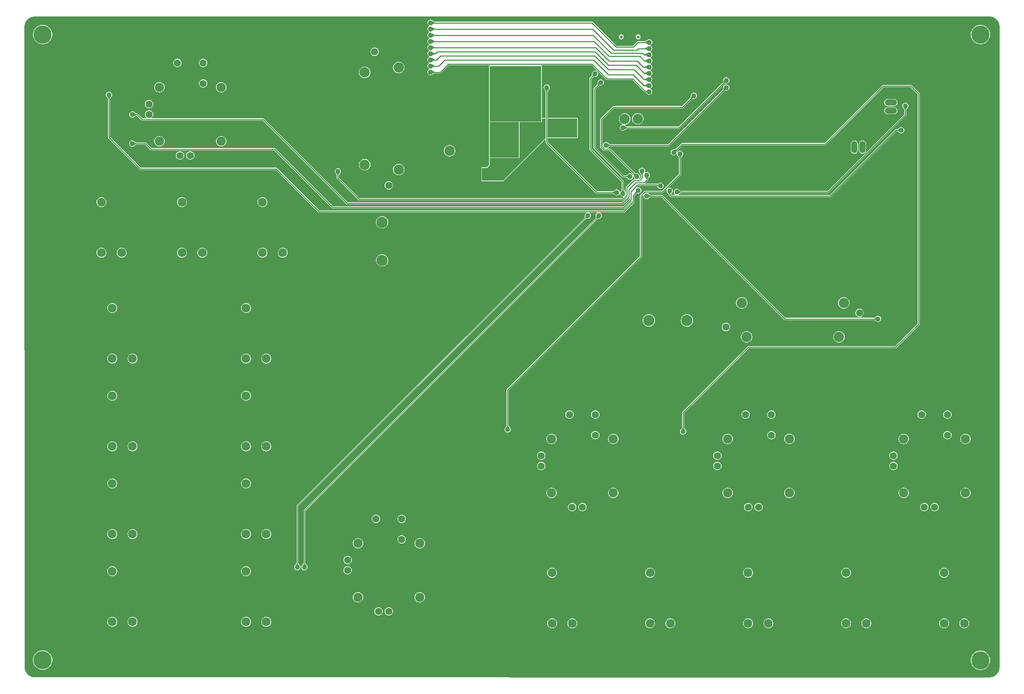
<source format=gbl>
G04*
G04 #@! TF.GenerationSoftware,Altium Limited,Altium Designer,20.1.11 (218)*
G04*
G04 Layer_Physical_Order=2*
G04 Layer_Color=16711680*
%FSLAX25Y25*%
%MOIN*%
G70*
G04*
G04 #@! TF.SameCoordinates,A32AA641-9BD5-4A0C-9211-EA825F98DF86*
G04*
G04*
G04 #@! TF.FilePolarity,Positive*
G04*
G01*
G75*
%ADD14C,0.01000*%
%ADD17C,0.00500*%
%ADD80C,0.10039*%
%ADD81C,0.07087*%
%ADD82C,0.07000*%
%ADD83C,0.09000*%
%ADD84C,0.08500*%
%ADD85C,0.10925*%
%ADD86O,0.05906X0.11812*%
%ADD87O,0.11812X0.05906*%
%ADD88C,0.17717*%
%ADD89C,0.10000*%
%ADD90C,0.19685*%
%ADD91R,0.19685X0.19685*%
%ADD92C,0.02756*%
%ADD93C,0.05000*%
G36*
X944979Y648079D02*
X946883Y647502D01*
X948637Y646564D01*
X950175Y645303D01*
X951436Y643765D01*
X952374Y642011D01*
X952951Y640108D01*
X953108Y638517D01*
X953108Y638517D01*
X953108D01*
X953113Y638512D01*
Y16353D01*
X953113Y16250D01*
X953108Y15751D01*
X953136Y15255D01*
X952951Y13383D01*
X952374Y11479D01*
X951436Y9725D01*
X950175Y8188D01*
X948637Y6926D01*
X946883Y5988D01*
X944979Y5411D01*
X943389Y5254D01*
X943389Y5254D01*
Y5254D01*
X943384Y5249D01*
X16000Y5387D01*
X15889Y5392D01*
X15889Y5392D01*
X15500Y5354D01*
X13521Y5549D01*
X11617Y6126D01*
X9863Y7064D01*
X8326Y8326D01*
X7064Y9863D01*
X6126Y11617D01*
X5549Y13521D01*
X5392Y15111D01*
X5392Y15111D01*
X5392D01*
X5387Y15116D01*
X5259Y637010D01*
X5259Y637113D01*
X5264Y637611D01*
X5236Y638107D01*
X5421Y639979D01*
X5998Y641883D01*
X6936Y643637D01*
X8197Y645175D01*
X9735Y646436D01*
X11489Y647374D01*
X13392Y647951D01*
X14983Y648108D01*
X14983Y648108D01*
Y648108D01*
X14988Y648113D01*
X942009Y648241D01*
X942113Y648241D01*
X942611Y648236D01*
X943107Y648264D01*
X944979Y648079D01*
D02*
G37*
%LPC*%
G36*
X601800Y630717D02*
X600878Y630534D01*
X600097Y630012D01*
X599575Y629230D01*
X599392Y628308D01*
X599575Y627387D01*
X600097Y626605D01*
X600878Y626083D01*
X601800Y625900D01*
X602722Y626083D01*
X603503Y626605D01*
X604025Y627387D01*
X604209Y628308D01*
X604025Y629230D01*
X603503Y630012D01*
X602722Y630534D01*
X601800Y630717D01*
D02*
G37*
G36*
X585461D02*
X584540Y630534D01*
X583758Y630012D01*
X583236Y629230D01*
X583053Y628308D01*
X583236Y627387D01*
X583758Y626605D01*
X584540Y626083D01*
X585461Y625900D01*
X586383Y626083D01*
X587164Y626605D01*
X587687Y627387D01*
X587870Y628308D01*
X587687Y629230D01*
X587164Y630012D01*
X586383Y630534D01*
X585461Y630717D01*
D02*
G37*
G36*
X934500Y640003D02*
X932666Y639823D01*
X930901Y639288D01*
X929276Y638419D01*
X927851Y637249D01*
X926681Y635824D01*
X925812Y634199D01*
X925277Y632435D01*
X925097Y630600D01*
X925277Y628765D01*
X925812Y627001D01*
X926681Y625376D01*
X927851Y623951D01*
X929276Y622781D01*
X930901Y621912D01*
X932666Y621377D01*
X934500Y621197D01*
X936335Y621377D01*
X938099Y621912D01*
X939724Y622781D01*
X941149Y623951D01*
X942319Y625376D01*
X943188Y627001D01*
X943723Y628765D01*
X943904Y630600D01*
X943723Y632435D01*
X943188Y634199D01*
X942319Y635824D01*
X941149Y637249D01*
X939724Y638419D01*
X938099Y639288D01*
X936335Y639823D01*
X934500Y640003D01*
D02*
G37*
G36*
X23000D02*
X21166Y639823D01*
X19401Y639288D01*
X17776Y638419D01*
X16351Y637249D01*
X15181Y635824D01*
X14312Y634199D01*
X13777Y632435D01*
X13596Y630600D01*
X13777Y628765D01*
X14312Y627001D01*
X15181Y625376D01*
X16351Y623951D01*
X17776Y622781D01*
X19401Y621912D01*
X21166Y621377D01*
X23000Y621197D01*
X24835Y621377D01*
X26599Y621912D01*
X28224Y622781D01*
X29649Y623951D01*
X30819Y625376D01*
X31688Y627001D01*
X32223Y628765D01*
X32404Y630600D01*
X32223Y632435D01*
X31688Y634199D01*
X30819Y635824D01*
X29649Y637249D01*
X28224Y638419D01*
X26599Y639288D01*
X24835Y639823D01*
X23000Y640003D01*
D02*
G37*
G36*
X345646Y617921D02*
X344590Y617782D01*
X343607Y617374D01*
X342762Y616726D01*
X342114Y615882D01*
X341706Y614898D01*
X341567Y613842D01*
X341706Y612787D01*
X342114Y611803D01*
X342762Y610959D01*
X343607Y610311D01*
X344590Y609903D01*
X345646Y609764D01*
X346701Y609903D01*
X347685Y610311D01*
X348529Y610959D01*
X349178Y611803D01*
X349585Y612787D01*
X349724Y613842D01*
X349585Y614898D01*
X349178Y615882D01*
X348529Y616726D01*
X347685Y617374D01*
X346701Y617782D01*
X345646Y617921D01*
D02*
G37*
G36*
X179000Y607034D02*
X177956Y606897D01*
X176983Y606494D01*
X176147Y605853D01*
X175506Y605017D01*
X175103Y604044D01*
X174966Y603000D01*
X175103Y601956D01*
X175506Y600983D01*
X176147Y600147D01*
X176983Y599506D01*
X177956Y599103D01*
X179000Y598966D01*
X180044Y599103D01*
X181017Y599506D01*
X181853Y600147D01*
X182494Y600983D01*
X182897Y601956D01*
X183035Y603000D01*
X182897Y604044D01*
X182494Y605017D01*
X181853Y605853D01*
X181017Y606494D01*
X180044Y606897D01*
X179000Y607034D01*
D02*
G37*
G36*
X154000D02*
X152956Y606897D01*
X151983Y606494D01*
X151147Y605853D01*
X150506Y605017D01*
X150103Y604044D01*
X149966Y603000D01*
X150103Y601956D01*
X150506Y600983D01*
X151147Y600147D01*
X151983Y599506D01*
X152956Y599103D01*
X154000Y598966D01*
X155044Y599103D01*
X156017Y599506D01*
X156853Y600147D01*
X157494Y600983D01*
X157897Y601956D01*
X158035Y603000D01*
X157897Y604044D01*
X157494Y605017D01*
X156853Y605853D01*
X156017Y606494D01*
X155044Y606897D01*
X154000Y607034D01*
D02*
G37*
G36*
X369071Y604056D02*
X367630Y603866D01*
X366287Y603310D01*
X365134Y602425D01*
X364249Y601272D01*
X363693Y599929D01*
X363504Y598488D01*
X363693Y597047D01*
X364249Y595705D01*
X365134Y594552D01*
X366287Y593667D01*
X367630Y593111D01*
X369071Y592921D01*
X370512Y593111D01*
X371854Y593667D01*
X373007Y594552D01*
X373892Y595705D01*
X374448Y597047D01*
X374638Y598488D01*
X374448Y599929D01*
X373892Y601272D01*
X373007Y602425D01*
X371854Y603310D01*
X370512Y603866D01*
X369071Y604056D01*
D02*
G37*
G36*
X336000Y599331D02*
X334559Y599141D01*
X333216Y598585D01*
X332063Y597701D01*
X331179Y596547D01*
X330622Y595205D01*
X330433Y593764D01*
X330622Y592323D01*
X331179Y590980D01*
X332063Y589827D01*
X333216Y588942D01*
X334559Y588386D01*
X336000Y588197D01*
X337441Y588386D01*
X338784Y588942D01*
X339937Y589827D01*
X340821Y590980D01*
X341378Y592323D01*
X341567Y593764D01*
X341378Y595205D01*
X340821Y596547D01*
X339937Y597701D01*
X338784Y598585D01*
X337441Y599141D01*
X336000Y599331D01*
D02*
G37*
G36*
X179000Y587035D02*
X177956Y586897D01*
X176983Y586494D01*
X176147Y585853D01*
X175506Y585017D01*
X175103Y584044D01*
X174966Y583000D01*
X175103Y581956D01*
X175506Y580983D01*
X176147Y580147D01*
X176983Y579506D01*
X177956Y579103D01*
X179000Y578966D01*
X180044Y579103D01*
X181017Y579506D01*
X181853Y580147D01*
X182494Y580983D01*
X182897Y581956D01*
X183035Y583000D01*
X182897Y584044D01*
X182494Y585017D01*
X181853Y585853D01*
X181017Y586494D01*
X180044Y586897D01*
X179000Y587035D01*
D02*
G37*
G36*
X196500Y584293D02*
X195195Y584121D01*
X193978Y583617D01*
X192934Y582816D01*
X192132Y581772D01*
X191629Y580555D01*
X191457Y579250D01*
X191629Y577945D01*
X192132Y576728D01*
X192934Y575684D01*
X193978Y574883D01*
X195195Y574379D01*
X196500Y574207D01*
X197805Y574379D01*
X199022Y574883D01*
X200066Y575684D01*
X200868Y576728D01*
X201371Y577945D01*
X201543Y579250D01*
X201371Y580555D01*
X200868Y581772D01*
X200066Y582816D01*
X199022Y583617D01*
X197805Y584121D01*
X196500Y584293D01*
D02*
G37*
G36*
X136500D02*
X135195Y584121D01*
X133978Y583617D01*
X132934Y582816D01*
X132132Y581772D01*
X131629Y580555D01*
X131457Y579250D01*
X131629Y577945D01*
X132132Y576728D01*
X132934Y575684D01*
X133978Y574883D01*
X135195Y574379D01*
X136500Y574207D01*
X137805Y574379D01*
X139022Y574883D01*
X140066Y575684D01*
X140867Y576728D01*
X141371Y577945D01*
X141543Y579250D01*
X141371Y580555D01*
X140867Y581772D01*
X140066Y582816D01*
X139022Y583617D01*
X137805Y584121D01*
X136500Y584293D01*
D02*
G37*
G36*
X400000Y645026D02*
X399217Y644923D01*
X398487Y644621D01*
X397860Y644140D01*
X397379Y643513D01*
X397077Y642783D01*
X396974Y642000D01*
X397077Y641217D01*
X397379Y640487D01*
X397860Y639860D01*
X398487Y639380D01*
X398750Y639271D01*
Y638729D01*
X398487Y638621D01*
X397860Y638140D01*
X397379Y637513D01*
X397077Y636783D01*
X396974Y636000D01*
X397077Y635217D01*
X397379Y634487D01*
X397860Y633860D01*
X398487Y633380D01*
X398750Y633271D01*
Y632729D01*
X398487Y632620D01*
X397860Y632140D01*
X397379Y631513D01*
X397077Y630783D01*
X396974Y630000D01*
X397077Y629217D01*
X397379Y628487D01*
X397860Y627860D01*
X398487Y627380D01*
X398750Y627271D01*
Y626729D01*
X398487Y626620D01*
X397860Y626140D01*
X397379Y625513D01*
X397077Y624783D01*
X396974Y624000D01*
X397077Y623217D01*
X397379Y622487D01*
X397860Y621860D01*
X398487Y621380D01*
X398750Y621271D01*
Y620729D01*
X398487Y620620D01*
X397860Y620140D01*
X397379Y619513D01*
X397077Y618783D01*
X396974Y618000D01*
X397077Y617217D01*
X397379Y616487D01*
X397860Y615860D01*
X398487Y615379D01*
X398750Y615271D01*
Y614729D01*
X398487Y614620D01*
X397860Y614140D01*
X397379Y613513D01*
X397077Y612783D01*
X396974Y612000D01*
X397077Y611217D01*
X397379Y610487D01*
X397860Y609860D01*
X398487Y609379D01*
X398750Y609271D01*
Y608729D01*
X398487Y608621D01*
X397860Y608140D01*
X397379Y607513D01*
X397077Y606783D01*
X396974Y606000D01*
X397077Y605217D01*
X397379Y604487D01*
X397860Y603860D01*
X398487Y603379D01*
X398750Y603271D01*
Y602729D01*
X398487Y602621D01*
X397860Y602140D01*
X397379Y601513D01*
X397077Y600783D01*
X396974Y600000D01*
X397077Y599217D01*
X397379Y598487D01*
X397860Y597860D01*
X398487Y597379D01*
X398750Y597271D01*
Y596729D01*
X398487Y596621D01*
X397860Y596140D01*
X397379Y595513D01*
X397077Y594783D01*
X396974Y594000D01*
X397077Y593217D01*
X397379Y592487D01*
X397860Y591860D01*
X398487Y591379D01*
X399217Y591077D01*
X400000Y590974D01*
X400783Y591077D01*
X401513Y591379D01*
X402112Y591839D01*
X402156Y591856D01*
X402621Y592292D01*
X402824Y592458D01*
X403022Y592601D01*
X403209Y592718D01*
X403384Y592810D01*
X403546Y592878D01*
X403694Y592924D01*
X403828Y592950D01*
X403985Y592960D01*
X404026Y592980D01*
X409500D01*
X409890Y593058D01*
X410221Y593279D01*
X417922Y600980D01*
X457254D01*
X457353Y600480D01*
X457117Y600383D01*
X456959Y600000D01*
Y546000D01*
X457071Y545729D01*
X456959Y545459D01*
Y511000D01*
X457071Y510729D01*
X456959Y510459D01*
Y503724D01*
X454776Y501541D01*
X450000D01*
X449617Y501383D01*
X449459Y501000D01*
Y488500D01*
X449617Y488117D01*
X450000Y487959D01*
X470500Y487959D01*
X470883Y488117D01*
X470883Y488117D01*
X511518Y528753D01*
X511980Y528562D01*
Y525500D01*
X512058Y525110D01*
X512279Y524779D01*
X560779Y476279D01*
X561110Y476058D01*
X561500Y475980D01*
X576974D01*
X577015Y475960D01*
X577173Y475950D01*
X577306Y475924D01*
X577454Y475878D01*
X577616Y475810D01*
X577791Y475718D01*
X577978Y475601D01*
X578170Y475462D01*
X578607Y475088D01*
X578836Y474864D01*
X578879Y474846D01*
X579487Y474379D01*
X580217Y474077D01*
X581000Y473974D01*
X581783Y474077D01*
X582513Y474379D01*
X583140Y474860D01*
X583549Y475394D01*
X583898Y475360D01*
X584069Y475282D01*
X584077Y475217D01*
X584379Y474487D01*
X584860Y473860D01*
X585487Y473380D01*
X586217Y473077D01*
X587000Y472974D01*
X587456Y473034D01*
X587683Y472560D01*
X586592Y471520D01*
X330922D01*
X311020Y491422D01*
Y493474D01*
X311040Y493515D01*
X311050Y493673D01*
X311076Y493806D01*
X311122Y493954D01*
X311190Y494116D01*
X311282Y494291D01*
X311399Y494478D01*
X311538Y494670D01*
X311912Y495107D01*
X312136Y495336D01*
X312154Y495379D01*
X312620Y495987D01*
X312923Y496717D01*
X313026Y497500D01*
X312923Y498283D01*
X312620Y499013D01*
X312140Y499640D01*
X311513Y500120D01*
X310783Y500423D01*
X310000Y500526D01*
X309217Y500423D01*
X308487Y500120D01*
X307860Y499640D01*
X307380Y499013D01*
X307077Y498283D01*
X306974Y497500D01*
X307077Y496717D01*
X307380Y495987D01*
X307839Y495388D01*
X307856Y495344D01*
X308292Y494879D01*
X308458Y494676D01*
X308601Y494478D01*
X308718Y494291D01*
X308810Y494116D01*
X308878Y493954D01*
X308924Y493806D01*
X308950Y493673D01*
X308960Y493515D01*
X308980Y493474D01*
Y491000D01*
X309058Y490610D01*
X309279Y490279D01*
X329779Y469779D01*
X330110Y469558D01*
X330500Y469480D01*
X587000D01*
X587183Y469517D01*
X587368Y469549D01*
X587378Y469556D01*
X587390Y469558D01*
X587546Y469662D01*
X587704Y469762D01*
X591184Y473081D01*
X591723Y472903D01*
X591758Y472700D01*
X586578Y467520D01*
X319422D01*
X238221Y548721D01*
X237890Y548942D01*
X237500Y549020D01*
X128664D01*
X128530Y549470D01*
X128535Y549520D01*
X129353Y550147D01*
X129994Y550983D01*
X130397Y551956D01*
X130535Y553000D01*
X130397Y554044D01*
X129994Y555017D01*
X129353Y555853D01*
X128517Y556494D01*
X127544Y556897D01*
X126500Y557034D01*
X125456Y556897D01*
X124483Y556494D01*
X123647Y555853D01*
X123006Y555017D01*
X122603Y554044D01*
X122466Y553000D01*
X122603Y551956D01*
X123006Y550983D01*
X123647Y550147D01*
X124465Y549520D01*
X124470Y549470D01*
X124336Y549020D01*
X119922D01*
X115471Y553471D01*
X115140Y553692D01*
X114750Y553770D01*
X114276D01*
X114235Y553790D01*
X114077Y553800D01*
X113944Y553826D01*
X113796Y553872D01*
X113634Y553940D01*
X113459Y554032D01*
X113272Y554149D01*
X113080Y554288D01*
X112643Y554662D01*
X112414Y554886D01*
X112371Y554904D01*
X111763Y555371D01*
X111033Y555673D01*
X110250Y555776D01*
X109467Y555673D01*
X108737Y555371D01*
X108110Y554890D01*
X107630Y554263D01*
X107327Y553533D01*
X107224Y552750D01*
X107327Y551967D01*
X107630Y551237D01*
X108110Y550610D01*
X108737Y550130D01*
X109467Y549827D01*
X110250Y549724D01*
X111033Y549827D01*
X111763Y550130D01*
X112362Y550589D01*
X112406Y550606D01*
X112871Y551042D01*
X113074Y551208D01*
X113272Y551351D01*
X113459Y551468D01*
X113634Y551560D01*
X113796Y551628D01*
X113944Y551674D01*
X114077Y551700D01*
X114235Y551710D01*
X114276Y551730D01*
X114328D01*
X118779Y547279D01*
X119110Y547058D01*
X119500Y546980D01*
X237078D01*
X318279Y465779D01*
X318610Y465558D01*
X319000Y465480D01*
X587000D01*
X587390Y465558D01*
X587721Y465779D01*
X593480Y471538D01*
X593980Y471331D01*
Y469922D01*
X587578Y463520D01*
X305422Y463519D01*
X249221Y519721D01*
X248890Y519942D01*
X248500Y520020D01*
X128922D01*
X123721Y525221D01*
X123390Y525442D01*
X123000Y525520D01*
X114026D01*
X113985Y525540D01*
X113828Y525550D01*
X113694Y525576D01*
X113546Y525622D01*
X113384Y525690D01*
X113209Y525782D01*
X113022Y525899D01*
X112830Y526038D01*
X112393Y526412D01*
X112164Y526636D01*
X112121Y526654D01*
X111513Y527120D01*
X110783Y527423D01*
X110000Y527526D01*
X109217Y527423D01*
X108487Y527120D01*
X107860Y526640D01*
X107379Y526013D01*
X107077Y525283D01*
X106974Y524500D01*
X107077Y523717D01*
X107379Y522987D01*
X107860Y522360D01*
X108487Y521879D01*
X109217Y521577D01*
X110000Y521474D01*
X110783Y521577D01*
X111513Y521879D01*
X112112Y522339D01*
X112156Y522356D01*
X112620Y522792D01*
X112824Y522958D01*
X113022Y523101D01*
X113209Y523218D01*
X113384Y523310D01*
X113546Y523378D01*
X113694Y523424D01*
X113828Y523450D01*
X113985Y523460D01*
X114026Y523480D01*
X122578D01*
X127779Y518279D01*
X128110Y518058D01*
X128500Y517980D01*
X248078D01*
X304279Y461779D01*
X304610Y461558D01*
X305000Y461480D01*
X588000Y461480D01*
X588390Y461558D01*
X588721Y461779D01*
X595419Y468477D01*
X595880Y468295D01*
X595927Y467869D01*
X587578Y459520D01*
X291922D01*
X250721Y500721D01*
X250390Y500942D01*
X250000Y501020D01*
X118422D01*
X88520Y530922D01*
Y567974D01*
X88540Y568015D01*
X88550Y568173D01*
X88576Y568306D01*
X88622Y568454D01*
X88690Y568616D01*
X88782Y568791D01*
X88899Y568978D01*
X89038Y569170D01*
X89412Y569607D01*
X89636Y569836D01*
X89654Y569879D01*
X90121Y570487D01*
X90423Y571217D01*
X90526Y572000D01*
X90423Y572783D01*
X90121Y573513D01*
X89640Y574140D01*
X89013Y574620D01*
X88283Y574923D01*
X87500Y575026D01*
X86717Y574923D01*
X85987Y574620D01*
X85360Y574140D01*
X84879Y573513D01*
X84577Y572783D01*
X84474Y572000D01*
X84577Y571217D01*
X84879Y570487D01*
X85339Y569888D01*
X85356Y569844D01*
X85792Y569380D01*
X85958Y569176D01*
X86101Y568978D01*
X86218Y568791D01*
X86310Y568616D01*
X86378Y568454D01*
X86424Y568306D01*
X86450Y568173D01*
X86460Y568015D01*
X86480Y567974D01*
Y530500D01*
X86558Y530110D01*
X86779Y529779D01*
X117279Y499279D01*
X117610Y499058D01*
X118000Y498980D01*
X249578D01*
X290779Y457779D01*
X291110Y457558D01*
X291500Y457480D01*
X551135D01*
X551304Y456980D01*
X550860Y456640D01*
X550380Y456013D01*
X550077Y455283D01*
X549977Y454519D01*
X549959Y454477D01*
Y454475D01*
X549959Y454475D01*
X549959Y454475D01*
X549958Y454080D01*
X549946Y453730D01*
X549893Y453114D01*
X549855Y452872D01*
X549808Y452663D01*
X549756Y452495D01*
X549703Y452369D01*
X549656Y452286D01*
X549586Y452201D01*
X549571Y452152D01*
X269959Y172541D01*
X269794Y172293D01*
X269735Y172000D01*
Y116585D01*
X269711Y116540D01*
X269701Y116430D01*
X269676Y116338D01*
X269624Y116212D01*
X269542Y116056D01*
X269427Y115875D01*
X269286Y115681D01*
X268639Y114941D01*
X268366Y114667D01*
X268349Y114625D01*
X267880Y114013D01*
X267577Y113283D01*
X267474Y112500D01*
X267577Y111717D01*
X267880Y110987D01*
X268360Y110360D01*
X268987Y109880D01*
X269717Y109577D01*
X270500Y109474D01*
X271283Y109577D01*
X272013Y109880D01*
X272640Y110360D01*
X273120Y110987D01*
X273423Y111717D01*
X273526Y112500D01*
X273423Y113283D01*
X273120Y114013D01*
X272651Y114625D01*
X272634Y114667D01*
X272354Y114948D01*
X272115Y115203D01*
X271717Y115677D01*
X271573Y115875D01*
X271458Y116056D01*
X271376Y116212D01*
X271324Y116338D01*
X271299Y116430D01*
X271289Y116540D01*
X271265Y116585D01*
Y171683D01*
X550652Y451071D01*
X550701Y451086D01*
X550786Y451156D01*
X550869Y451203D01*
X550995Y451256D01*
X551163Y451308D01*
X551372Y451355D01*
X551609Y451392D01*
X552590Y451458D01*
X552977Y451459D01*
X553019Y451477D01*
X553783Y451577D01*
X554513Y451880D01*
X555140Y452360D01*
X555620Y452987D01*
X555923Y453717D01*
X556026Y454500D01*
X555923Y455283D01*
X555620Y456013D01*
X555140Y456640D01*
X554696Y456980D01*
X554865Y457480D01*
X561635D01*
X561804Y456980D01*
X561360Y456640D01*
X560880Y456013D01*
X560577Y455283D01*
X560474Y454500D01*
X560577Y453717D01*
X560595Y453675D01*
X560588Y453622D01*
X560681Y453293D01*
X560748Y453003D01*
X560792Y452741D01*
X560814Y452509D01*
X560817Y452309D01*
X560802Y452141D01*
X560773Y452006D01*
X560735Y451901D01*
X560691Y451823D01*
X560608Y451724D01*
X560593Y451674D01*
X560580Y451661D01*
X560549Y451636D01*
X560548Y451630D01*
X276959Y168041D01*
X276794Y167793D01*
X276735Y167500D01*
Y116585D01*
X276711Y116540D01*
X276701Y116430D01*
X276676Y116338D01*
X276624Y116212D01*
X276542Y116056D01*
X276427Y115875D01*
X276286Y115681D01*
X275639Y114941D01*
X275366Y114667D01*
X275349Y114625D01*
X274880Y114013D01*
X274577Y113283D01*
X274474Y112500D01*
X274577Y111717D01*
X274880Y110987D01*
X275360Y110360D01*
X275987Y109880D01*
X276717Y109577D01*
X277500Y109474D01*
X278283Y109577D01*
X279013Y109880D01*
X279640Y110360D01*
X280120Y110987D01*
X280423Y111717D01*
X280526Y112500D01*
X280423Y113283D01*
X280120Y114013D01*
X279651Y114625D01*
X279634Y114667D01*
X279354Y114948D01*
X279115Y115203D01*
X278717Y115677D01*
X278573Y115875D01*
X278458Y116056D01*
X278376Y116212D01*
X278324Y116338D01*
X278299Y116430D01*
X278289Y116540D01*
X278265Y116585D01*
Y167183D01*
X561771Y450690D01*
X561814Y450702D01*
X561823Y450708D01*
X563886Y451446D01*
X564333Y451575D01*
X564334Y451576D01*
X564336Y451576D01*
X564395Y451623D01*
X565013Y451880D01*
X565640Y452360D01*
X566120Y452987D01*
X566423Y453717D01*
X566526Y454500D01*
X566423Y455283D01*
X566120Y456013D01*
X565640Y456640D01*
X565196Y456980D01*
X565365Y457480D01*
X588000D01*
X588390Y457558D01*
X588721Y457779D01*
X597721Y466779D01*
X597942Y467110D01*
X598020Y467500D01*
Y473562D01*
X599890Y475432D01*
X599933Y475447D01*
X600052Y475551D01*
X600165Y475627D01*
X600302Y475700D01*
X600464Y475766D01*
X600653Y475824D01*
X600868Y475874D01*
X601102Y475911D01*
X601675Y475956D01*
X601996Y475959D01*
X602039Y475977D01*
X602799Y476077D01*
X603529Y476379D01*
X604155Y476860D01*
X604636Y477487D01*
X604939Y478217D01*
X605042Y479000D01*
X604939Y479783D01*
X604636Y480513D01*
X604155Y481140D01*
X603529Y481621D01*
X602799Y481923D01*
X602016Y482026D01*
X601233Y481923D01*
X600958Y481809D01*
X600675Y482233D01*
X601922Y483480D01*
X619421D01*
X620122Y482779D01*
X620453Y482558D01*
X620660Y482517D01*
X620880Y481987D01*
X621360Y481360D01*
X621987Y480879D01*
X622717Y480577D01*
X623500Y480474D01*
X624283Y480577D01*
X625013Y480879D01*
X625640Y481360D01*
X626121Y481987D01*
X626423Y482717D01*
X626526Y483500D01*
X626423Y484283D01*
X626121Y485013D01*
X625640Y485640D01*
X625013Y486121D01*
X624283Y486423D01*
X623500Y486526D01*
X622717Y486423D01*
X621987Y486121D01*
X621360Y485640D01*
X621140Y485352D01*
X620565Y485221D01*
X620486Y485273D01*
X620233Y485442D01*
X619843Y485520D01*
X608669D01*
X608462Y486020D01*
X610977Y488535D01*
X611198Y488866D01*
X611276Y489256D01*
Y489730D01*
X611297Y489772D01*
X611307Y489929D01*
X611332Y490063D01*
X611378Y490211D01*
X611446Y490372D01*
X611538Y490547D01*
X611656Y490734D01*
X611795Y490927D01*
X612168Y491363D01*
X612393Y491592D01*
X612410Y491635D01*
X612877Y492243D01*
X613179Y492973D01*
X613282Y493756D01*
X613179Y494540D01*
X612877Y495269D01*
X612396Y495896D01*
X611769Y496377D01*
X611040Y496679D01*
X610256Y496782D01*
X609473Y496679D01*
X608743Y496377D01*
X608700Y496344D01*
X608614Y496371D01*
X608328Y496987D01*
X608423Y497217D01*
X608526Y498000D01*
X608423Y498783D01*
X608120Y499513D01*
X607640Y500140D01*
X607013Y500621D01*
X606283Y500923D01*
X605500Y501026D01*
X604717Y500923D01*
X603987Y500621D01*
X603360Y500140D01*
X602879Y499513D01*
X602577Y498783D01*
X602474Y498000D01*
X602577Y497217D01*
X602879Y496487D01*
X603339Y495888D01*
X603356Y495844D01*
X603792Y495379D01*
X603958Y495176D01*
X604101Y494978D01*
X604218Y494791D01*
X604310Y494616D01*
X604378Y494454D01*
X604424Y494306D01*
X604450Y494172D01*
X604460Y494015D01*
X604480Y493974D01*
Y491422D01*
X602813Y489755D01*
X602705Y489780D01*
X602588Y490321D01*
X602640Y490360D01*
X603121Y490987D01*
X603423Y491717D01*
X603526Y492500D01*
X603423Y493283D01*
X603121Y494013D01*
X602640Y494640D01*
X602013Y495120D01*
X601283Y495423D01*
X600535Y495521D01*
X600492Y495541D01*
X599855Y495561D01*
X599594Y495587D01*
X599352Y495626D01*
X599137Y495676D01*
X598948Y495734D01*
X598786Y495800D01*
X598649Y495873D01*
X598536Y495949D01*
X598418Y496053D01*
X598374Y496068D01*
X575221Y519221D01*
X574890Y519442D01*
X574500Y519520D01*
X571633D01*
X571534Y520020D01*
X572127Y520265D01*
X572726Y520725D01*
X572770Y520742D01*
X573235Y521178D01*
X573438Y521344D01*
X573636Y521487D01*
X573823Y521604D01*
X573998Y521696D01*
X574160Y521764D01*
X574308Y521810D01*
X574442Y521836D01*
X574599Y521846D01*
X574641Y521866D01*
X631386D01*
X631776Y521944D01*
X632107Y522165D01*
X685374Y575432D01*
X685418Y575447D01*
X685536Y575551D01*
X685649Y575627D01*
X685786Y575700D01*
X685948Y575766D01*
X686137Y575824D01*
X686352Y575874D01*
X686587Y575911D01*
X687159Y575956D01*
X687480Y575959D01*
X687523Y575977D01*
X688283Y576077D01*
X689013Y576379D01*
X689640Y576860D01*
X690121Y577487D01*
X690423Y578217D01*
X690526Y579000D01*
X690423Y579783D01*
X690121Y580513D01*
X689640Y581140D01*
X689013Y581621D01*
X688283Y581923D01*
X687500Y582026D01*
X686717Y581923D01*
X685987Y581621D01*
X685360Y581140D01*
X684879Y580513D01*
X684577Y579783D01*
X684479Y579035D01*
X684459Y578992D01*
X684440Y578355D01*
X684413Y578094D01*
X684374Y577852D01*
X684324Y577637D01*
X684266Y577448D01*
X684200Y577286D01*
X684127Y577149D01*
X684051Y577036D01*
X683947Y576918D01*
X683932Y576874D01*
X630964Y523905D01*
X574641D01*
X574599Y523926D01*
X574442Y523936D01*
X574308Y523962D01*
X574160Y524008D01*
X573998Y524076D01*
X573823Y524168D01*
X573636Y524285D01*
X573444Y524424D01*
X573008Y524797D01*
X572779Y525022D01*
X572736Y525040D01*
X572127Y525506D01*
X571397Y525809D01*
X570614Y525912D01*
X569831Y525809D01*
X569101Y525506D01*
X568475Y525026D01*
X567994Y524399D01*
X567691Y523669D01*
X567588Y522886D01*
X567691Y522103D01*
X567994Y521373D01*
X568475Y520746D01*
X569101Y520265D01*
X569695Y520020D01*
X569595Y519520D01*
X568922D01*
X567020Y521422D01*
Y547578D01*
X578422Y558980D01*
X645000D01*
X645390Y559058D01*
X645721Y559279D01*
X653874Y567432D01*
X653918Y567447D01*
X654036Y567551D01*
X654149Y567627D01*
X654286Y567700D01*
X654448Y567766D01*
X654637Y567824D01*
X654852Y567874D01*
X655087Y567911D01*
X655659Y567956D01*
X655980Y567959D01*
X656023Y567977D01*
X656783Y568077D01*
X657513Y568379D01*
X658140Y568860D01*
X658621Y569487D01*
X658923Y570217D01*
X659026Y571000D01*
X658923Y571783D01*
X658621Y572513D01*
X658140Y573140D01*
X657513Y573621D01*
X656783Y573923D01*
X656000Y574026D01*
X655217Y573923D01*
X654487Y573621D01*
X653860Y573140D01*
X653379Y572513D01*
X653077Y571783D01*
X652979Y571035D01*
X652959Y570992D01*
X652940Y570355D01*
X652913Y570094D01*
X652874Y569852D01*
X652824Y569637D01*
X652766Y569448D01*
X652700Y569286D01*
X652627Y569149D01*
X652551Y569036D01*
X652447Y568918D01*
X652432Y568874D01*
X644578Y561020D01*
X578000D01*
X577610Y560942D01*
X577279Y560721D01*
X565279Y548721D01*
X565058Y548390D01*
X564980Y548000D01*
Y521000D01*
X565058Y520610D01*
X565279Y520279D01*
X567779Y517779D01*
X568110Y517558D01*
X568500Y517480D01*
X574078D01*
X596932Y494626D01*
X596947Y494582D01*
X597051Y494464D01*
X597127Y494351D01*
X597200Y494214D01*
X597266Y494052D01*
X597324Y493863D01*
X597328Y493845D01*
X597275Y493740D01*
X596725Y493760D01*
X596621Y494013D01*
X596140Y494640D01*
X595513Y495120D01*
X594783Y495423D01*
X594000Y495526D01*
X593217Y495423D01*
X592487Y495120D01*
X591888Y494661D01*
X591844Y494644D01*
X591379Y494208D01*
X591176Y494042D01*
X590978Y493899D01*
X590791Y493782D01*
X590616Y493690D01*
X590454Y493622D01*
X590306Y493576D01*
X590172Y493550D01*
X590015Y493540D01*
X589974Y493520D01*
X587922D01*
X560520Y520922D01*
Y577578D01*
X563374Y580432D01*
X563418Y580447D01*
X563536Y580551D01*
X563649Y580627D01*
X563786Y580700D01*
X563948Y580766D01*
X564137Y580824D01*
X564352Y580874D01*
X564587Y580911D01*
X565159Y580956D01*
X565480Y580959D01*
X565523Y580977D01*
X566283Y581077D01*
X567013Y581380D01*
X567640Y581860D01*
X568120Y582487D01*
X568423Y583217D01*
X568526Y584000D01*
X568423Y584783D01*
X568120Y585513D01*
X567640Y586140D01*
X567013Y586621D01*
X566283Y586923D01*
X565500Y587026D01*
X564717Y586923D01*
X563987Y586621D01*
X563360Y586140D01*
X562880Y585513D01*
X562577Y584783D01*
X562479Y584035D01*
X562459Y583992D01*
X562439Y583355D01*
X562413Y583094D01*
X562374Y582852D01*
X562324Y582637D01*
X562266Y582448D01*
X562200Y582286D01*
X562127Y582149D01*
X562051Y582036D01*
X561947Y581918D01*
X561932Y581874D01*
X558779Y578721D01*
X558558Y578390D01*
X558480Y578000D01*
Y520500D01*
X558558Y520110D01*
X558779Y519779D01*
X586779Y491779D01*
X587110Y491558D01*
X587500Y491480D01*
X589974D01*
X590015Y491460D01*
X590172Y491450D01*
X590306Y491424D01*
X590454Y491378D01*
X590616Y491310D01*
X590791Y491218D01*
X590978Y491101D01*
X591170Y490962D01*
X591607Y490588D01*
X591836Y490364D01*
X591879Y490346D01*
X592487Y489880D01*
X593217Y489577D01*
X594000Y489474D01*
X594783Y489577D01*
X595513Y489880D01*
X596140Y490360D01*
X596621Y490987D01*
X596923Y491717D01*
X596998Y492287D01*
X597502D01*
X597577Y491717D01*
X597880Y490987D01*
X598360Y490360D01*
X598805Y490020D01*
X598635Y489520D01*
X597500D01*
X597110Y489442D01*
X596779Y489221D01*
X590279Y482721D01*
X590058Y482390D01*
X589980Y482000D01*
Y477865D01*
X589480Y477696D01*
X589161Y478112D01*
X589144Y478156D01*
X588708Y478620D01*
X588542Y478824D01*
X588399Y479022D01*
X588282Y479209D01*
X588190Y479384D01*
X588122Y479546D01*
X588076Y479694D01*
X588050Y479827D01*
X588040Y479985D01*
X588020Y480026D01*
Y487500D01*
X587942Y487890D01*
X587721Y488221D01*
X556520Y519422D01*
Y587578D01*
X557874Y588932D01*
X557918Y588947D01*
X558036Y589051D01*
X558149Y589127D01*
X558286Y589200D01*
X558448Y589266D01*
X558637Y589324D01*
X558852Y589374D01*
X559087Y589411D01*
X559659Y589456D01*
X559980Y589459D01*
X560023Y589477D01*
X560783Y589577D01*
X561513Y589880D01*
X562140Y590360D01*
X562620Y590987D01*
X562923Y591717D01*
X563026Y592500D01*
X562923Y593283D01*
X562620Y594013D01*
X562140Y594640D01*
X561513Y595120D01*
X560783Y595423D01*
X560000Y595526D01*
X559217Y595423D01*
X558487Y595120D01*
X557860Y594640D01*
X557379Y594013D01*
X557077Y593283D01*
X556979Y592535D01*
X556959Y592492D01*
X556940Y591855D01*
X556913Y591594D01*
X556874Y591352D01*
X556824Y591137D01*
X556766Y590948D01*
X556700Y590786D01*
X556627Y590649D01*
X556551Y590536D01*
X556447Y590418D01*
X556432Y590374D01*
X554779Y588721D01*
X554558Y588390D01*
X554480Y588000D01*
Y519000D01*
X554558Y518610D01*
X554779Y518279D01*
X585980Y487078D01*
Y480026D01*
X585960Y479985D01*
X585950Y479827D01*
X585924Y479694D01*
X585878Y479546D01*
X585810Y479384D01*
X585718Y479209D01*
X585601Y479022D01*
X585462Y478830D01*
X585088Y478393D01*
X584864Y478164D01*
X584846Y478121D01*
X584450Y477605D01*
X584102Y477640D01*
X583931Y477718D01*
X583923Y477783D01*
X583621Y478513D01*
X583140Y479140D01*
X582513Y479621D01*
X581783Y479923D01*
X581000Y480026D01*
X580217Y479923D01*
X579487Y479621D01*
X578888Y479161D01*
X578844Y479144D01*
X578379Y478708D01*
X578176Y478542D01*
X577978Y478399D01*
X577791Y478282D01*
X577616Y478190D01*
X577454Y478122D01*
X577306Y478076D01*
X577173Y478050D01*
X577015Y478040D01*
X576974Y478020D01*
X561922D01*
X514020Y525922D01*
Y529959D01*
X542500D01*
X542883Y530117D01*
X543041Y530500D01*
Y549000D01*
X542883Y549383D01*
X542500Y549541D01*
X514020D01*
Y574974D01*
X514040Y575015D01*
X514050Y575173D01*
X514076Y575306D01*
X514122Y575454D01*
X514190Y575616D01*
X514282Y575791D01*
X514399Y575978D01*
X514538Y576170D01*
X514912Y576607D01*
X515136Y576836D01*
X515154Y576879D01*
X515621Y577487D01*
X515923Y578217D01*
X516026Y579000D01*
X515923Y579783D01*
X515621Y580513D01*
X515140Y581140D01*
X514513Y581621D01*
X513783Y581923D01*
X513000Y582026D01*
X512217Y581923D01*
X511487Y581621D01*
X510860Y581140D01*
X510380Y580513D01*
X510077Y579783D01*
X509974Y579000D01*
X510077Y578217D01*
X510380Y577487D01*
X510839Y576888D01*
X510856Y576844D01*
X511292Y576379D01*
X511458Y576176D01*
X511601Y575978D01*
X511718Y575791D01*
X511810Y575616D01*
X511878Y575454D01*
X511924Y575306D01*
X511950Y575173D01*
X511960Y575015D01*
X511980Y574974D01*
Y549541D01*
X508041D01*
Y600000D01*
X507883Y600383D01*
X507647Y600480D01*
X507746Y600980D01*
X556578D01*
X570779Y586779D01*
X571110Y586558D01*
X571500Y586480D01*
X596078D01*
X608279Y574279D01*
X608610Y574058D01*
X608883Y574004D01*
X608980Y573959D01*
X609140Y573953D01*
X609264Y573939D01*
X609371Y573916D01*
X609463Y573887D01*
X609541Y573852D01*
X609608Y573812D01*
X609666Y573767D01*
X609718Y573715D01*
X609765Y573654D01*
X609825Y573554D01*
X609863Y573526D01*
X609879Y573487D01*
X609905Y573454D01*
X609906Y573451D01*
X609908Y573450D01*
X610360Y572860D01*
X610987Y572379D01*
X611717Y572077D01*
X612500Y571974D01*
X613283Y572077D01*
X614013Y572379D01*
X614640Y572860D01*
X615121Y573487D01*
X615423Y574217D01*
X615526Y575000D01*
X615423Y575783D01*
X615121Y576513D01*
X614640Y577140D01*
X614013Y577621D01*
X613750Y577729D01*
Y578271D01*
X614013Y578379D01*
X614640Y578860D01*
X615121Y579487D01*
X615423Y580217D01*
X615526Y581000D01*
X615423Y581783D01*
X615121Y582513D01*
X614640Y583140D01*
X614013Y583621D01*
X613750Y583729D01*
Y584271D01*
X614013Y584379D01*
X614640Y584860D01*
X615121Y585487D01*
X615423Y586217D01*
X615526Y587000D01*
X615423Y587783D01*
X615121Y588513D01*
X614640Y589140D01*
X614013Y589620D01*
X613750Y589729D01*
Y590271D01*
X614013Y590379D01*
X614640Y590860D01*
X615121Y591487D01*
X615423Y592217D01*
X615526Y593000D01*
X615423Y593783D01*
X615121Y594513D01*
X614640Y595140D01*
X614013Y595620D01*
X613750Y595729D01*
Y596271D01*
X614013Y596380D01*
X614640Y596860D01*
X615121Y597487D01*
X615423Y598217D01*
X615526Y599000D01*
X615423Y599783D01*
X615121Y600513D01*
X614640Y601140D01*
X614013Y601620D01*
X613750Y601729D01*
Y602271D01*
X614013Y602380D01*
X614640Y602860D01*
X615121Y603487D01*
X615423Y604217D01*
X615526Y605000D01*
X615423Y605783D01*
X615121Y606513D01*
X614640Y607140D01*
X614013Y607620D01*
X613750Y607729D01*
Y608271D01*
X614013Y608380D01*
X614640Y608860D01*
X615121Y609487D01*
X615423Y610217D01*
X615526Y611000D01*
X615423Y611783D01*
X615121Y612513D01*
X614640Y613140D01*
X614013Y613621D01*
X613750Y613729D01*
Y614271D01*
X614013Y614380D01*
X614640Y614860D01*
X615121Y615487D01*
X615423Y616217D01*
X615526Y617000D01*
X615423Y617783D01*
X615121Y618513D01*
X614640Y619140D01*
X614013Y619621D01*
X613750Y619729D01*
Y620271D01*
X614013Y620379D01*
X614640Y620860D01*
X615121Y621487D01*
X615423Y622217D01*
X615526Y623000D01*
X615423Y623783D01*
X615121Y624513D01*
X614640Y625140D01*
X614013Y625621D01*
X613283Y625923D01*
X612500Y626026D01*
X611717Y625923D01*
X610987Y625621D01*
X610388Y625161D01*
X610344Y625144D01*
X609879Y624708D01*
X609676Y624542D01*
X609478Y624399D01*
X609291Y624282D01*
X609116Y624190D01*
X608954Y624122D01*
X608806Y624076D01*
X608673Y624050D01*
X608515Y624040D01*
X608474Y624020D01*
X601500D01*
X601110Y623942D01*
X600779Y623721D01*
X596686Y619628D01*
X580814D01*
X557721Y642721D01*
X557390Y642942D01*
X557000Y643020D01*
X404026D01*
X403985Y643040D01*
X403828Y643050D01*
X403694Y643076D01*
X403546Y643122D01*
X403384Y643190D01*
X403209Y643282D01*
X403022Y643399D01*
X402830Y643538D01*
X402393Y643912D01*
X402164Y644136D01*
X402121Y644154D01*
X401513Y644621D01*
X400783Y644923D01*
X400000Y645026D01*
D02*
G37*
G36*
X850386Y567857D02*
X844480D01*
X843579Y567738D01*
X842739Y567390D01*
X842017Y566837D01*
X841464Y566115D01*
X841116Y565275D01*
X840997Y564374D01*
X841116Y563473D01*
X841464Y562633D01*
X842017Y561911D01*
X842739Y561358D01*
X843579Y561010D01*
X844480Y560891D01*
X850386D01*
X851287Y561010D01*
X852127Y561358D01*
X852849Y561911D01*
X853402Y562633D01*
X853750Y563473D01*
X853869Y564374D01*
X853750Y565275D01*
X853402Y566115D01*
X852849Y566837D01*
X852127Y567390D01*
X851287Y567738D01*
X850386Y567857D01*
D02*
G37*
G36*
X126500Y567034D02*
X125456Y566897D01*
X124483Y566494D01*
X123647Y565853D01*
X123006Y565017D01*
X122603Y564044D01*
X122466Y563000D01*
X122603Y561956D01*
X123006Y560983D01*
X123647Y560147D01*
X124483Y559506D01*
X125456Y559103D01*
X126500Y558965D01*
X127544Y559103D01*
X128517Y559506D01*
X129353Y560147D01*
X129994Y560983D01*
X130397Y561956D01*
X130535Y563000D01*
X130397Y564044D01*
X129994Y565017D01*
X129353Y565853D01*
X128517Y566494D01*
X127544Y566897D01*
X126500Y567034D01*
D02*
G37*
G36*
X850386Y559983D02*
X844480D01*
X843579Y559864D01*
X842739Y559516D01*
X842017Y558963D01*
X841464Y558241D01*
X841116Y557401D01*
X840997Y556500D01*
X841116Y555599D01*
X841464Y554759D01*
X842017Y554037D01*
X842739Y553484D01*
X843579Y553136D01*
X844480Y553017D01*
X850386D01*
X851287Y553136D01*
X852127Y553484D01*
X852849Y554037D01*
X853402Y554759D01*
X853750Y555599D01*
X853869Y556500D01*
X853750Y557401D01*
X853402Y558241D01*
X852849Y558963D01*
X852127Y559516D01*
X851287Y559864D01*
X850386Y559983D01*
D02*
G37*
G36*
X601500Y554147D02*
X600064Y553958D01*
X598726Y553404D01*
X597577Y552523D01*
X596696Y551374D01*
X596142Y550036D01*
X595953Y548600D01*
X596142Y547164D01*
X596696Y545826D01*
X597577Y544677D01*
X598726Y543796D01*
X600064Y543242D01*
X601500Y543052D01*
X602936Y543242D01*
X604274Y543796D01*
X605423Y544677D01*
X606304Y545826D01*
X606858Y547164D01*
X607048Y548600D01*
X606858Y550036D01*
X606304Y551374D01*
X605423Y552523D01*
X604274Y553404D01*
X602936Y553958D01*
X601500Y554147D01*
D02*
G37*
G36*
X687500Y589026D02*
X686717Y588923D01*
X685987Y588621D01*
X685360Y588140D01*
X684879Y587513D01*
X684577Y586783D01*
X684479Y586035D01*
X684459Y585992D01*
X684440Y585355D01*
X684413Y585094D01*
X684374Y584852D01*
X684324Y584637D01*
X684266Y584448D01*
X684200Y584286D01*
X684127Y584149D01*
X684051Y584036D01*
X683947Y583918D01*
X683932Y583874D01*
X641078Y541020D01*
X591026D01*
X590985Y541040D01*
X590828Y541050D01*
X590694Y541076D01*
X590546Y541122D01*
X590384Y541190D01*
X590209Y541282D01*
X590022Y541399D01*
X589830Y541538D01*
X589393Y541912D01*
X589164Y542136D01*
X589121Y542154D01*
X588705Y542473D01*
X588872Y542975D01*
X590136Y543142D01*
X591474Y543696D01*
X592623Y544577D01*
X593504Y545726D01*
X594058Y547064D01*
X594247Y548500D01*
X594058Y549936D01*
X593504Y551274D01*
X592623Y552423D01*
X591474Y553304D01*
X590136Y553858D01*
X588700Y554047D01*
X587264Y553858D01*
X585926Y553304D01*
X584777Y552423D01*
X583896Y551274D01*
X583342Y549936D01*
X583152Y548500D01*
X583342Y547064D01*
X583896Y545726D01*
X584777Y544577D01*
X585926Y543696D01*
X586488Y543463D01*
X586421Y542950D01*
X586217Y542923D01*
X585487Y542621D01*
X584860Y542140D01*
X584379Y541513D01*
X584077Y540783D01*
X583974Y540000D01*
X584077Y539217D01*
X584379Y538487D01*
X584860Y537860D01*
X585487Y537380D01*
X586217Y537077D01*
X587000Y536974D01*
X587783Y537077D01*
X588513Y537380D01*
X589112Y537839D01*
X589156Y537856D01*
X589620Y538292D01*
X589824Y538458D01*
X590022Y538601D01*
X590209Y538718D01*
X590384Y538810D01*
X590546Y538878D01*
X590694Y538924D01*
X590828Y538950D01*
X590985Y538960D01*
X591026Y538980D01*
X641500D01*
X641890Y539058D01*
X642221Y539279D01*
X685374Y582432D01*
X685418Y582447D01*
X685536Y582551D01*
X685649Y582627D01*
X685786Y582700D01*
X685948Y582766D01*
X686137Y582824D01*
X686352Y582874D01*
X686587Y582911D01*
X687159Y582956D01*
X687480Y582959D01*
X687523Y582977D01*
X688283Y583077D01*
X689013Y583380D01*
X689640Y583860D01*
X690121Y584487D01*
X690423Y585217D01*
X690526Y586000D01*
X690423Y586783D01*
X690121Y587513D01*
X689640Y588140D01*
X689013Y588621D01*
X688283Y588923D01*
X687500Y589026D01*
D02*
G37*
G36*
X196500Y531793D02*
X195195Y531621D01*
X193978Y531117D01*
X192934Y530316D01*
X192132Y529272D01*
X191629Y528055D01*
X191457Y526750D01*
X191629Y525445D01*
X192132Y524228D01*
X192934Y523184D01*
X193978Y522382D01*
X195195Y521879D01*
X196500Y521707D01*
X197805Y521879D01*
X199022Y522382D01*
X200066Y523184D01*
X200868Y524228D01*
X201371Y525445D01*
X201543Y526750D01*
X201371Y528055D01*
X200868Y529272D01*
X200066Y530316D01*
X199022Y531117D01*
X197805Y531621D01*
X196500Y531793D01*
D02*
G37*
G36*
X136500D02*
X135195Y531621D01*
X133978Y531117D01*
X132934Y530316D01*
X132132Y529272D01*
X131629Y528055D01*
X131457Y526750D01*
X131629Y525445D01*
X132132Y524228D01*
X132934Y523184D01*
X133978Y522382D01*
X135195Y521879D01*
X136500Y521707D01*
X137805Y521879D01*
X139022Y522382D01*
X140066Y523184D01*
X140867Y524228D01*
X141371Y525445D01*
X141543Y526750D01*
X141371Y528055D01*
X140867Y529272D01*
X140066Y530316D01*
X139022Y531117D01*
X137805Y531621D01*
X136500Y531793D01*
D02*
G37*
G36*
X819874Y527503D02*
X818973Y527384D01*
X818133Y527036D01*
X817411Y526483D01*
X816858Y525761D01*
X816510Y524921D01*
X816391Y524020D01*
Y518114D01*
X816510Y517213D01*
X816858Y516373D01*
X817411Y515651D01*
X818133Y515098D01*
X818973Y514750D01*
X819874Y514631D01*
X820775Y514750D01*
X821615Y515098D01*
X822337Y515651D01*
X822890Y516373D01*
X823238Y517213D01*
X823357Y518114D01*
Y524020D01*
X823238Y524921D01*
X822890Y525761D01*
X822337Y526483D01*
X821615Y527036D01*
X820775Y527384D01*
X819874Y527503D01*
D02*
G37*
G36*
X812000D02*
X811099Y527384D01*
X810259Y527036D01*
X809537Y526483D01*
X808984Y525761D01*
X808636Y524921D01*
X808517Y524020D01*
Y518114D01*
X808636Y517213D01*
X808984Y516373D01*
X809537Y515651D01*
X810259Y515098D01*
X811099Y514750D01*
X812000Y514631D01*
X812901Y514750D01*
X813741Y515098D01*
X814463Y515651D01*
X815016Y516373D01*
X815364Y517213D01*
X815483Y518114D01*
Y524020D01*
X815364Y524921D01*
X815016Y525761D01*
X814463Y526483D01*
X813741Y527036D01*
X812901Y527384D01*
X812000Y527503D01*
D02*
G37*
G36*
X418500Y523047D02*
X417064Y522858D01*
X415726Y522304D01*
X414577Y521423D01*
X413696Y520274D01*
X413142Y518936D01*
X412953Y517500D01*
X413142Y516064D01*
X413696Y514726D01*
X414577Y513577D01*
X415726Y512696D01*
X417064Y512142D01*
X418500Y511952D01*
X419936Y512142D01*
X421274Y512696D01*
X422423Y513577D01*
X423304Y514726D01*
X423858Y516064D01*
X424048Y517500D01*
X423858Y518936D01*
X423304Y520274D01*
X422423Y521423D01*
X421274Y522304D01*
X419936Y522858D01*
X418500Y523047D01*
D02*
G37*
G36*
X166500Y517034D02*
X165456Y516897D01*
X164483Y516494D01*
X163647Y515853D01*
X163006Y515017D01*
X162603Y514044D01*
X162466Y513000D01*
X162603Y511956D01*
X163006Y510983D01*
X163647Y510147D01*
X164483Y509506D01*
X165456Y509103D01*
X166500Y508965D01*
X167544Y509103D01*
X168517Y509506D01*
X169353Y510147D01*
X169994Y510983D01*
X170397Y511956D01*
X170535Y513000D01*
X170397Y514044D01*
X169994Y515017D01*
X169353Y515853D01*
X168517Y516494D01*
X167544Y516897D01*
X166500Y517034D01*
D02*
G37*
G36*
X156500D02*
X155456Y516897D01*
X154483Y516494D01*
X153647Y515853D01*
X153006Y515017D01*
X152603Y514044D01*
X152465Y513000D01*
X152603Y511956D01*
X153006Y510983D01*
X153647Y510147D01*
X154483Y509506D01*
X155456Y509103D01*
X156500Y508965D01*
X157544Y509103D01*
X158517Y509506D01*
X159353Y510147D01*
X159994Y510983D01*
X160397Y511956D01*
X160535Y513000D01*
X160397Y514044D01*
X159994Y515017D01*
X159353Y515853D01*
X158517Y516494D01*
X157544Y516897D01*
X156500Y517034D01*
D02*
G37*
G36*
X336000Y509567D02*
X334559Y509378D01*
X333216Y508821D01*
X332063Y507937D01*
X331179Y506784D01*
X330622Y505441D01*
X330433Y504000D01*
X330622Y502559D01*
X331179Y501216D01*
X332063Y500063D01*
X333216Y499179D01*
X334559Y498622D01*
X336000Y498433D01*
X337441Y498622D01*
X338784Y499179D01*
X339937Y500063D01*
X340821Y501216D01*
X341378Y502559D01*
X341567Y504000D01*
X341378Y505441D01*
X340821Y506784D01*
X339937Y507937D01*
X338784Y508821D01*
X337441Y509378D01*
X336000Y509567D01*
D02*
G37*
G36*
X369071Y504843D02*
X367630Y504653D01*
X366287Y504097D01*
X365134Y503212D01*
X364249Y502059D01*
X363693Y500716D01*
X363504Y499276D01*
X363693Y497835D01*
X364249Y496492D01*
X365134Y495339D01*
X366287Y494454D01*
X367630Y493898D01*
X369071Y493708D01*
X370512Y493898D01*
X371854Y494454D01*
X373007Y495339D01*
X373892Y496492D01*
X374448Y497835D01*
X374638Y499276D01*
X374448Y500716D01*
X373892Y502059D01*
X373007Y503212D01*
X371854Y504097D01*
X370512Y504653D01*
X369071Y504843D01*
D02*
G37*
G36*
X359425Y487999D02*
X358370Y487860D01*
X357386Y487453D01*
X356541Y486805D01*
X355893Y485960D01*
X355486Y484977D01*
X355347Y483921D01*
X355486Y482866D01*
X355893Y481882D01*
X356541Y481038D01*
X357386Y480389D01*
X358370Y479982D01*
X359425Y479843D01*
X360481Y479982D01*
X361464Y480389D01*
X362309Y481038D01*
X362957Y481882D01*
X363364Y482866D01*
X363503Y483921D01*
X363364Y484977D01*
X362957Y485960D01*
X362309Y486805D01*
X361464Y487453D01*
X360481Y487860D01*
X359425Y487999D01*
D02*
G37*
G36*
X236657Y472397D02*
X235417Y472234D01*
X234261Y471755D01*
X233269Y470994D01*
X232508Y470002D01*
X232029Y468846D01*
X231866Y467606D01*
X232029Y466366D01*
X232508Y465210D01*
X233269Y464218D01*
X234261Y463457D01*
X235417Y462978D01*
X236657Y462815D01*
X237897Y462978D01*
X239053Y463457D01*
X240045Y464218D01*
X240806Y465210D01*
X241285Y466366D01*
X241448Y467606D01*
X241285Y468846D01*
X240806Y470002D01*
X240045Y470994D01*
X239053Y471755D01*
X237897Y472234D01*
X236657Y472397D01*
D02*
G37*
G36*
X158407D02*
X157167Y472234D01*
X156011Y471755D01*
X155019Y470994D01*
X154258Y470002D01*
X153779Y468846D01*
X153616Y467606D01*
X153779Y466366D01*
X154258Y465210D01*
X155019Y464218D01*
X156011Y463457D01*
X157167Y462978D01*
X158407Y462815D01*
X159647Y462978D01*
X160802Y463457D01*
X161795Y464218D01*
X162556Y465210D01*
X163035Y466366D01*
X163198Y467606D01*
X163035Y468846D01*
X162556Y470002D01*
X161795Y470994D01*
X160802Y471755D01*
X159647Y472234D01*
X158407Y472397D01*
D02*
G37*
G36*
X80157D02*
X78917Y472234D01*
X77762Y471755D01*
X76769Y470994D01*
X76008Y470002D01*
X75529Y468846D01*
X75366Y467606D01*
X75529Y466366D01*
X76008Y465210D01*
X76769Y464218D01*
X77762Y463457D01*
X78917Y462978D01*
X80157Y462815D01*
X81397Y462978D01*
X82552Y463457D01*
X83545Y464218D01*
X84306Y465210D01*
X84785Y466366D01*
X84948Y467606D01*
X84785Y468846D01*
X84306Y470002D01*
X83545Y470994D01*
X82552Y471755D01*
X81397Y472234D01*
X80157Y472397D01*
D02*
G37*
G36*
X353000Y453995D02*
X351831Y453880D01*
X350707Y453539D01*
X349671Y452986D01*
X348763Y452241D01*
X348018Y451333D01*
X347465Y450297D01*
X347124Y449173D01*
X347009Y448004D01*
X347124Y446835D01*
X347465Y445711D01*
X348018Y444675D01*
X348763Y443767D01*
X349671Y443022D01*
X350707Y442469D01*
X351831Y442128D01*
X353000Y442013D01*
X354169Y442128D01*
X355293Y442469D01*
X356329Y443022D01*
X357237Y443767D01*
X357982Y444675D01*
X358535Y445711D01*
X358876Y446835D01*
X358991Y448004D01*
X358876Y449173D01*
X358535Y450297D01*
X357982Y451333D01*
X357237Y452241D01*
X356329Y452986D01*
X355293Y453539D01*
X354169Y453880D01*
X353000Y453995D01*
D02*
G37*
G36*
X256343Y423185D02*
X255103Y423022D01*
X253947Y422543D01*
X252955Y421782D01*
X252194Y420789D01*
X251715Y419634D01*
X251552Y418394D01*
X251715Y417154D01*
X252194Y415999D01*
X252955Y415006D01*
X253947Y414245D01*
X255103Y413766D01*
X256343Y413603D01*
X257583Y413766D01*
X258738Y414245D01*
X259731Y415006D01*
X260492Y415999D01*
X260971Y417154D01*
X261134Y418394D01*
X260971Y419634D01*
X260492Y420789D01*
X259731Y421782D01*
X258738Y422543D01*
X257583Y423022D01*
X256343Y423185D01*
D02*
G37*
G36*
X236657D02*
X235417Y423022D01*
X234261Y422543D01*
X233269Y421782D01*
X232508Y420789D01*
X232029Y419634D01*
X231866Y418394D01*
X232029Y417154D01*
X232508Y415999D01*
X233269Y415006D01*
X234261Y414245D01*
X235417Y413766D01*
X236657Y413603D01*
X237897Y413766D01*
X239053Y414245D01*
X240045Y415006D01*
X240806Y415999D01*
X241285Y417154D01*
X241448Y418394D01*
X241285Y419634D01*
X240806Y420789D01*
X240045Y421782D01*
X239053Y422543D01*
X237897Y423022D01*
X236657Y423185D01*
D02*
G37*
G36*
X178093D02*
X176853Y423022D01*
X175698Y422543D01*
X174705Y421782D01*
X173944Y420789D01*
X173465Y419634D01*
X173302Y418394D01*
X173465Y417154D01*
X173944Y415999D01*
X174705Y415006D01*
X175698Y414245D01*
X176853Y413766D01*
X178093Y413603D01*
X179333Y413766D01*
X180489Y414245D01*
X181481Y415006D01*
X182242Y415999D01*
X182721Y417154D01*
X182884Y418394D01*
X182721Y419634D01*
X182242Y420789D01*
X181481Y421782D01*
X180489Y422543D01*
X179333Y423022D01*
X178093Y423185D01*
D02*
G37*
G36*
X158407D02*
X157167Y423022D01*
X156011Y422543D01*
X155019Y421782D01*
X154258Y420789D01*
X153779Y419634D01*
X153616Y418394D01*
X153779Y417154D01*
X154258Y415999D01*
X155019Y415006D01*
X156011Y414245D01*
X157167Y413766D01*
X158407Y413603D01*
X159647Y413766D01*
X160802Y414245D01*
X161795Y415006D01*
X162556Y415999D01*
X163035Y417154D01*
X163198Y418394D01*
X163035Y419634D01*
X162556Y420789D01*
X161795Y421782D01*
X160802Y422543D01*
X159647Y423022D01*
X158407Y423185D01*
D02*
G37*
G36*
X99843D02*
X98603Y423022D01*
X97448Y422543D01*
X96455Y421782D01*
X95694Y420789D01*
X95215Y419634D01*
X95052Y418394D01*
X95215Y417154D01*
X95694Y415999D01*
X96455Y415006D01*
X97448Y414245D01*
X98603Y413766D01*
X99843Y413603D01*
X101083Y413766D01*
X102239Y414245D01*
X103231Y415006D01*
X103992Y415999D01*
X104471Y417154D01*
X104634Y418394D01*
X104471Y419634D01*
X103992Y420789D01*
X103231Y421782D01*
X102239Y422543D01*
X101083Y423022D01*
X99843Y423185D01*
D02*
G37*
G36*
X80157D02*
X78917Y423022D01*
X77762Y422543D01*
X76769Y421782D01*
X76008Y420789D01*
X75529Y419634D01*
X75366Y418394D01*
X75529Y417154D01*
X76008Y415999D01*
X76769Y415006D01*
X77762Y414245D01*
X78917Y413766D01*
X80157Y413603D01*
X81397Y413766D01*
X82552Y414245D01*
X83545Y415006D01*
X84306Y415999D01*
X84785Y417154D01*
X84948Y418394D01*
X84785Y419634D01*
X84306Y420789D01*
X83545Y421782D01*
X82552Y422543D01*
X81397Y423022D01*
X80157Y423185D01*
D02*
G37*
G36*
X353000Y416988D02*
X351831Y416872D01*
X350707Y416531D01*
X349671Y415978D01*
X348763Y415233D01*
X348018Y414325D01*
X347465Y413289D01*
X347124Y412165D01*
X347009Y410996D01*
X347124Y409827D01*
X347465Y408703D01*
X348018Y407667D01*
X348763Y406760D01*
X349671Y406014D01*
X350707Y405461D01*
X351831Y405120D01*
X353000Y405005D01*
X354169Y405120D01*
X355293Y405461D01*
X356329Y406014D01*
X357237Y406760D01*
X357982Y407667D01*
X358535Y408703D01*
X358876Y409827D01*
X358991Y410996D01*
X358876Y412165D01*
X358535Y413289D01*
X357982Y414325D01*
X357237Y415233D01*
X356329Y415978D01*
X355293Y416531D01*
X354169Y416872D01*
X353000Y416988D01*
D02*
G37*
G36*
X801732Y375138D02*
X800291Y374949D01*
X798949Y374392D01*
X797796Y373507D01*
X796911Y372355D01*
X796355Y371012D01*
X796165Y369571D01*
X796355Y368130D01*
X796911Y366787D01*
X797796Y365634D01*
X798949Y364749D01*
X800291Y364193D01*
X801732Y364004D01*
X803173Y364193D01*
X804516Y364749D01*
X805669Y365634D01*
X806554Y366787D01*
X807110Y368130D01*
X807300Y369571D01*
X807110Y371012D01*
X806554Y372355D01*
X805669Y373507D01*
X804516Y374392D01*
X803173Y374949D01*
X801732Y375138D01*
D02*
G37*
G36*
X702520D02*
X701079Y374949D01*
X699736Y374392D01*
X698583Y373507D01*
X697698Y372355D01*
X697142Y371012D01*
X696952Y369571D01*
X697142Y368130D01*
X697698Y366787D01*
X698583Y365634D01*
X699736Y364749D01*
X701079Y364193D01*
X702520Y364004D01*
X703961Y364193D01*
X705303Y364749D01*
X706456Y365634D01*
X707341Y366787D01*
X707897Y368130D01*
X708087Y369571D01*
X707897Y371012D01*
X707341Y372355D01*
X706456Y373507D01*
X705303Y374392D01*
X703961Y374949D01*
X702520Y375138D01*
D02*
G37*
G36*
X90657Y369397D02*
X89417Y369234D01*
X88261Y368755D01*
X87269Y367994D01*
X86508Y367002D01*
X86029Y365846D01*
X85866Y364606D01*
X86029Y363366D01*
X86508Y362210D01*
X87269Y361218D01*
X88261Y360457D01*
X89417Y359978D01*
X90657Y359815D01*
X91897Y359978D01*
X93053Y360457D01*
X94045Y361218D01*
X94806Y362210D01*
X95285Y363366D01*
X95448Y364606D01*
X95285Y365846D01*
X94806Y367002D01*
X94045Y367994D01*
X93053Y368755D01*
X91897Y369234D01*
X90657Y369397D01*
D02*
G37*
G36*
X220657Y369397D02*
X219417Y369234D01*
X218262Y368755D01*
X217269Y367994D01*
X216508Y367002D01*
X216029Y365846D01*
X215866Y364606D01*
X216029Y363366D01*
X216508Y362210D01*
X217269Y361218D01*
X218262Y360457D01*
X219417Y359978D01*
X220657Y359815D01*
X221897Y359978D01*
X223053Y360457D01*
X224045Y361218D01*
X224806Y362210D01*
X225285Y363366D01*
X225448Y364606D01*
X225285Y365846D01*
X224806Y367002D01*
X224045Y367994D01*
X223053Y368755D01*
X221897Y369234D01*
X220657Y369397D01*
D02*
G37*
G36*
X817087Y364003D02*
X816031Y363864D01*
X815047Y363457D01*
X814203Y362809D01*
X813555Y361964D01*
X813147Y360981D01*
X813008Y359925D01*
X813147Y358870D01*
X813555Y357886D01*
X814203Y357042D01*
X815047Y356393D01*
X816031Y355986D01*
X817087Y355847D01*
X818142Y355986D01*
X819126Y356393D01*
X819970Y357042D01*
X820618Y357886D01*
X821026Y358870D01*
X821165Y359925D01*
X821026Y360981D01*
X820618Y361964D01*
X819970Y362809D01*
X819126Y363457D01*
X818142Y363864D01*
X817087Y364003D01*
D02*
G37*
G36*
X649248Y358491D02*
X648079Y358376D01*
X646955Y358035D01*
X645919Y357482D01*
X645011Y356737D01*
X644266Y355829D01*
X643713Y354793D01*
X643372Y353669D01*
X643257Y352500D01*
X643372Y351331D01*
X643713Y350207D01*
X644266Y349171D01*
X645011Y348263D01*
X645919Y347518D01*
X646955Y346965D01*
X648079Y346624D01*
X649248Y346509D01*
X650417Y346624D01*
X651541Y346965D01*
X652577Y347518D01*
X653485Y348263D01*
X654230Y349171D01*
X654783Y350207D01*
X655124Y351331D01*
X655239Y352500D01*
X655124Y353669D01*
X654783Y354793D01*
X654230Y355829D01*
X653485Y356737D01*
X652577Y357482D01*
X651541Y358035D01*
X650417Y358376D01*
X649248Y358491D01*
D02*
G37*
G36*
X612240D02*
X611071Y358376D01*
X609947Y358035D01*
X608912Y357482D01*
X608004Y356737D01*
X607258Y355829D01*
X606705Y354793D01*
X606364Y353669D01*
X606249Y352500D01*
X606364Y351331D01*
X606705Y350207D01*
X607258Y349171D01*
X608004Y348263D01*
X608912Y347518D01*
X609947Y346965D01*
X611071Y346624D01*
X612240Y346509D01*
X613409Y346624D01*
X614533Y346965D01*
X615569Y347518D01*
X616477Y348263D01*
X617222Y349171D01*
X617775Y350207D01*
X618117Y351331D01*
X618232Y352500D01*
X618117Y353669D01*
X617775Y354793D01*
X617222Y355829D01*
X616477Y356737D01*
X615569Y357482D01*
X614533Y358035D01*
X613409Y358376D01*
X612240Y358491D01*
D02*
G37*
G36*
X687165Y350224D02*
X686110Y350085D01*
X685126Y349677D01*
X684282Y349029D01*
X683634Y348185D01*
X683226Y347201D01*
X683087Y346146D01*
X683226Y345090D01*
X683634Y344107D01*
X684282Y343262D01*
X685126Y342614D01*
X686110Y342206D01*
X687165Y342068D01*
X688221Y342206D01*
X689205Y342614D01*
X690049Y343262D01*
X690697Y344107D01*
X691105Y345090D01*
X691244Y346146D01*
X691105Y347201D01*
X690697Y348185D01*
X690049Y349029D01*
X689205Y349677D01*
X688221Y350085D01*
X687165Y350224D01*
D02*
G37*
G36*
X797008Y342067D02*
X795567Y341878D01*
X794224Y341321D01*
X793071Y340437D01*
X792186Y339284D01*
X791630Y337941D01*
X791441Y336500D01*
X791630Y335059D01*
X792186Y333716D01*
X793071Y332563D01*
X794224Y331679D01*
X795567Y331122D01*
X797008Y330933D01*
X798449Y331122D01*
X799791Y331679D01*
X800945Y332563D01*
X801829Y333716D01*
X802386Y335059D01*
X802575Y336500D01*
X802386Y337941D01*
X801829Y339284D01*
X800945Y340437D01*
X799791Y341321D01*
X798449Y341878D01*
X797008Y342067D01*
D02*
G37*
G36*
X707244D02*
X705803Y341878D01*
X704460Y341321D01*
X703307Y340437D01*
X702423Y339284D01*
X701866Y337941D01*
X701677Y336500D01*
X701866Y335059D01*
X702423Y333716D01*
X703307Y332563D01*
X704460Y331679D01*
X705803Y331122D01*
X707244Y330933D01*
X708685Y331122D01*
X710028Y331679D01*
X711181Y332563D01*
X712066Y333716D01*
X712622Y335059D01*
X712811Y336500D01*
X712622Y337941D01*
X712066Y339284D01*
X711181Y340437D01*
X710028Y341321D01*
X708685Y341878D01*
X707244Y342067D01*
D02*
G37*
G36*
X110343Y320185D02*
X109103Y320022D01*
X107948Y319543D01*
X106955Y318782D01*
X106194Y317790D01*
X105715Y316634D01*
X105552Y315394D01*
X105715Y314154D01*
X106194Y312999D01*
X106955Y312006D01*
X107948Y311245D01*
X109103Y310766D01*
X110343Y310603D01*
X111583Y310766D01*
X112739Y311245D01*
X113731Y312006D01*
X114492Y312999D01*
X114971Y314154D01*
X115134Y315394D01*
X114971Y316634D01*
X114492Y317790D01*
X113731Y318782D01*
X112739Y319543D01*
X111583Y320022D01*
X110343Y320185D01*
D02*
G37*
G36*
X90657D02*
X89417Y320022D01*
X88261Y319543D01*
X87269Y318782D01*
X86508Y317790D01*
X86029Y316634D01*
X85866Y315394D01*
X86029Y314154D01*
X86508Y312999D01*
X87269Y312006D01*
X88261Y311245D01*
X89417Y310766D01*
X90657Y310603D01*
X91897Y310766D01*
X93053Y311245D01*
X94045Y312006D01*
X94806Y312999D01*
X95285Y314154D01*
X95448Y315394D01*
X95285Y316634D01*
X94806Y317790D01*
X94045Y318782D01*
X93053Y319543D01*
X91897Y320022D01*
X90657Y320185D01*
D02*
G37*
G36*
X240343Y320185D02*
X239103Y320022D01*
X237948Y319543D01*
X236955Y318782D01*
X236194Y317790D01*
X235715Y316634D01*
X235552Y315394D01*
X235715Y314154D01*
X236194Y312999D01*
X236955Y312006D01*
X237948Y311245D01*
X239103Y310766D01*
X240343Y310603D01*
X241583Y310766D01*
X242739Y311245D01*
X243731Y312006D01*
X244492Y312999D01*
X244971Y314154D01*
X245134Y315394D01*
X244971Y316634D01*
X244492Y317790D01*
X243731Y318782D01*
X242739Y319543D01*
X241583Y320022D01*
X240343Y320185D01*
D02*
G37*
G36*
X220657D02*
X219417Y320022D01*
X218262Y319543D01*
X217269Y318782D01*
X216508Y317790D01*
X216029Y316634D01*
X215866Y315394D01*
X216029Y314154D01*
X216508Y312999D01*
X217269Y312006D01*
X218262Y311245D01*
X219417Y310766D01*
X220657Y310603D01*
X221897Y310766D01*
X223053Y311245D01*
X224045Y312006D01*
X224806Y312999D01*
X225285Y314154D01*
X225448Y315394D01*
X225285Y316634D01*
X224806Y317790D01*
X224045Y318782D01*
X223053Y319543D01*
X221897Y320022D01*
X220657Y320185D01*
D02*
G37*
G36*
Y284064D02*
X219417Y283900D01*
X218262Y283422D01*
X217269Y282660D01*
X216508Y281668D01*
X216029Y280513D01*
X215866Y279273D01*
X216029Y278033D01*
X216508Y276877D01*
X217269Y275885D01*
X218262Y275124D01*
X219417Y274645D01*
X220657Y274482D01*
X221897Y274645D01*
X223053Y275124D01*
X224045Y275885D01*
X224806Y276877D01*
X225285Y278033D01*
X225448Y279273D01*
X225285Y280513D01*
X224806Y281668D01*
X224045Y282660D01*
X223053Y283422D01*
X221897Y283900D01*
X220657Y284064D01*
D02*
G37*
G36*
X90657D02*
X89417Y283900D01*
X88261Y283422D01*
X87269Y282660D01*
X86508Y281668D01*
X86029Y280513D01*
X85866Y279273D01*
X86029Y278033D01*
X86508Y276877D01*
X87269Y275885D01*
X88261Y275124D01*
X89417Y274645D01*
X90657Y274482D01*
X91897Y274645D01*
X93053Y275124D01*
X94045Y275885D01*
X94806Y276877D01*
X95285Y278033D01*
X95448Y279273D01*
X95285Y280513D01*
X94806Y281668D01*
X94045Y282660D01*
X93053Y283422D01*
X91897Y283900D01*
X90657Y284064D01*
D02*
G37*
G36*
X902500Y265035D02*
X901456Y264897D01*
X900483Y264494D01*
X899647Y263853D01*
X899006Y263017D01*
X898603Y262044D01*
X898466Y261000D01*
X898603Y259956D01*
X899006Y258983D01*
X899647Y258147D01*
X900483Y257506D01*
X901456Y257103D01*
X902500Y256965D01*
X903544Y257103D01*
X904517Y257506D01*
X905353Y258147D01*
X905994Y258983D01*
X906397Y259956D01*
X906534Y261000D01*
X906397Y262044D01*
X905994Y263017D01*
X905353Y263853D01*
X904517Y264494D01*
X903544Y264897D01*
X902500Y265035D01*
D02*
G37*
G36*
X877500D02*
X876456Y264897D01*
X875483Y264494D01*
X874647Y263853D01*
X874006Y263017D01*
X873603Y262044D01*
X873466Y261000D01*
X873603Y259956D01*
X874006Y258983D01*
X874647Y258147D01*
X875483Y257506D01*
X876456Y257103D01*
X877500Y256965D01*
X878544Y257103D01*
X879517Y257506D01*
X880353Y258147D01*
X880994Y258983D01*
X881397Y259956D01*
X881534Y261000D01*
X881397Y262044D01*
X880994Y263017D01*
X880353Y263853D01*
X879517Y264494D01*
X878544Y264897D01*
X877500Y265035D01*
D02*
G37*
G36*
X731333D02*
X730289Y264897D01*
X729316Y264494D01*
X728480Y263853D01*
X727839Y263017D01*
X727436Y262044D01*
X727299Y261000D01*
X727436Y259956D01*
X727839Y258983D01*
X728480Y258147D01*
X729316Y257506D01*
X730289Y257103D01*
X731333Y256965D01*
X732377Y257103D01*
X733351Y257506D01*
X734186Y258147D01*
X734827Y258983D01*
X735230Y259956D01*
X735368Y261000D01*
X735230Y262044D01*
X734827Y263017D01*
X734186Y263853D01*
X733351Y264494D01*
X732377Y264897D01*
X731333Y265035D01*
D02*
G37*
G36*
X706333D02*
X705289Y264897D01*
X704316Y264494D01*
X703480Y263853D01*
X702839Y263017D01*
X702436Y262044D01*
X702299Y261000D01*
X702436Y259956D01*
X702839Y258983D01*
X703480Y258147D01*
X704316Y257506D01*
X705289Y257103D01*
X706333Y256965D01*
X707377Y257103D01*
X708351Y257506D01*
X709186Y258147D01*
X709827Y258983D01*
X710230Y259956D01*
X710368Y261000D01*
X710230Y262044D01*
X709827Y263017D01*
X709186Y263853D01*
X708351Y264494D01*
X707377Y264897D01*
X706333Y265035D01*
D02*
G37*
G36*
X560167D02*
X559123Y264897D01*
X558149Y264494D01*
X557314Y263853D01*
X556673Y263017D01*
X556270Y262044D01*
X556132Y261000D01*
X556270Y259956D01*
X556673Y258983D01*
X557314Y258147D01*
X558149Y257506D01*
X559123Y257103D01*
X560167Y256965D01*
X561211Y257103D01*
X562184Y257506D01*
X563020Y258147D01*
X563661Y258983D01*
X564064Y259956D01*
X564201Y261000D01*
X564064Y262044D01*
X563661Y263017D01*
X563020Y263853D01*
X562184Y264494D01*
X561211Y264897D01*
X560167Y265035D01*
D02*
G37*
G36*
X535167D02*
X534123Y264897D01*
X533149Y264494D01*
X532314Y263853D01*
X531673Y263017D01*
X531270Y262044D01*
X531132Y261000D01*
X531270Y259956D01*
X531673Y258983D01*
X532314Y258147D01*
X533149Y257506D01*
X534123Y257103D01*
X535167Y256965D01*
X536211Y257103D01*
X537184Y257506D01*
X538020Y258147D01*
X538661Y258983D01*
X539064Y259956D01*
X539201Y261000D01*
X539064Y262044D01*
X538661Y263017D01*
X538020Y263853D01*
X537184Y264494D01*
X536211Y264897D01*
X535167Y265035D01*
D02*
G37*
G36*
X867000Y581520D02*
X840000D01*
X839610Y581442D01*
X839279Y581221D01*
X783078Y525020D01*
X644500D01*
X644110Y524942D01*
X643779Y524721D01*
X638626Y519568D01*
X638582Y519553D01*
X638464Y519449D01*
X638351Y519373D01*
X638214Y519300D01*
X638052Y519234D01*
X637863Y519176D01*
X637648Y519126D01*
X637413Y519089D01*
X636841Y519044D01*
X636520Y519041D01*
X636477Y519023D01*
X635717Y518923D01*
X634987Y518620D01*
X634360Y518140D01*
X633880Y517513D01*
X633577Y516783D01*
X633474Y516000D01*
X633577Y515217D01*
X633880Y514487D01*
X634360Y513860D01*
X634987Y513379D01*
X635717Y513077D01*
X636500Y512974D01*
X637283Y513077D01*
X638013Y513379D01*
X638640Y513860D01*
X638993Y514321D01*
X639516Y514181D01*
X639577Y513717D01*
X639880Y512987D01*
X640339Y512388D01*
X640356Y512344D01*
X640792Y511879D01*
X640958Y511676D01*
X641101Y511478D01*
X641218Y511291D01*
X641310Y511116D01*
X641378Y510954D01*
X641424Y510806D01*
X641450Y510673D01*
X641460Y510515D01*
X641480Y510474D01*
Y495008D01*
X624992Y478520D01*
X608343D01*
X607953Y478442D01*
X607622Y478221D01*
X603779Y474378D01*
X603558Y474047D01*
X603480Y473657D01*
Y414922D01*
X474279Y285721D01*
X474058Y285390D01*
X473980Y285000D01*
Y250526D01*
X473960Y250485D01*
X473950Y250328D01*
X473924Y250194D01*
X473878Y250046D01*
X473810Y249884D01*
X473718Y249709D01*
X473601Y249522D01*
X473462Y249330D01*
X473088Y248893D01*
X472864Y248664D01*
X472846Y248621D01*
X472379Y248013D01*
X472077Y247283D01*
X471974Y246500D01*
X472077Y245717D01*
X472379Y244987D01*
X472860Y244360D01*
X473487Y243880D01*
X474217Y243577D01*
X475000Y243474D01*
X475783Y243577D01*
X476513Y243880D01*
X477140Y244360D01*
X477621Y244987D01*
X477923Y245717D01*
X478026Y246500D01*
X477923Y247283D01*
X477621Y248013D01*
X477161Y248612D01*
X477144Y248656D01*
X476708Y249120D01*
X476542Y249324D01*
X476399Y249522D01*
X476282Y249709D01*
X476190Y249884D01*
X476122Y250046D01*
X476076Y250194D01*
X476050Y250328D01*
X476040Y250485D01*
X476020Y250526D01*
Y284578D01*
X605221Y413779D01*
X605442Y414110D01*
X605520Y414500D01*
Y473235D01*
X606574Y474289D01*
X607047Y474055D01*
X606974Y473500D01*
X607077Y472717D01*
X607379Y471987D01*
X607860Y471360D01*
X608487Y470880D01*
X609217Y470577D01*
X610000Y470474D01*
X610783Y470577D01*
X611513Y470880D01*
X612112Y471339D01*
X612156Y471356D01*
X612620Y471792D01*
X612824Y471958D01*
X613022Y472101D01*
X613209Y472218D01*
X613384Y472310D01*
X613546Y472378D01*
X613694Y472424D01*
X613828Y472450D01*
X613985Y472460D01*
X614026Y472480D01*
X624578D01*
X743779Y353279D01*
X744110Y353058D01*
X744500Y352980D01*
X830974D01*
X831015Y352960D01*
X831172Y352950D01*
X831306Y352924D01*
X831454Y352878D01*
X831616Y352810D01*
X831791Y352718D01*
X831978Y352601D01*
X832170Y352462D01*
X832607Y352088D01*
X832836Y351864D01*
X832879Y351846D01*
X833487Y351379D01*
X834217Y351077D01*
X835000Y350974D01*
X835783Y351077D01*
X836513Y351379D01*
X837140Y351860D01*
X837621Y352487D01*
X837923Y353217D01*
X838026Y354000D01*
X837923Y354783D01*
X837621Y355513D01*
X837140Y356140D01*
X836513Y356621D01*
X835783Y356923D01*
X835000Y357026D01*
X834217Y356923D01*
X833487Y356621D01*
X832888Y356161D01*
X832844Y356144D01*
X832380Y355708D01*
X832176Y355542D01*
X831978Y355399D01*
X831791Y355282D01*
X831616Y355190D01*
X831454Y355122D01*
X831306Y355076D01*
X831172Y355050D01*
X831015Y355040D01*
X830974Y355020D01*
X744922D01*
X625721Y474221D01*
X625390Y474442D01*
X625000Y474520D01*
X614026D01*
X613985Y474540D01*
X613828Y474550D01*
X613694Y474576D01*
X613546Y474622D01*
X613384Y474690D01*
X613209Y474782D01*
X613022Y474899D01*
X612830Y475038D01*
X612393Y475412D01*
X612164Y475636D01*
X612121Y475654D01*
X611695Y475980D01*
X611865Y476480D01*
X625414D01*
X625804Y476558D01*
X626135Y476779D01*
X629317Y479960D01*
X629740Y479677D01*
X629577Y479283D01*
X629474Y478500D01*
X629577Y477717D01*
X629880Y476987D01*
X630360Y476360D01*
X630950Y475908D01*
X630951Y475906D01*
X630954Y475905D01*
X630987Y475879D01*
X631026Y475863D01*
X631054Y475825D01*
X631154Y475766D01*
X631215Y475718D01*
X631267Y475666D01*
X631312Y475608D01*
X631352Y475541D01*
X631387Y475463D01*
X631416Y475371D01*
X631439Y475264D01*
X631453Y475140D01*
X631459Y474980D01*
X631504Y474883D01*
X631558Y474610D01*
X631779Y474279D01*
X633279Y472779D01*
X633610Y472558D01*
X634000Y472480D01*
X788500D01*
X788890Y472558D01*
X789221Y472779D01*
X852922Y536480D01*
X853474D01*
X853515Y536460D01*
X853673Y536450D01*
X853806Y536424D01*
X853954Y536378D01*
X854116Y536310D01*
X854291Y536218D01*
X854478Y536101D01*
X854670Y535962D01*
X855107Y535588D01*
X855336Y535364D01*
X855379Y535346D01*
X855987Y534879D01*
X856717Y534577D01*
X857500Y534474D01*
X858283Y534577D01*
X859013Y534879D01*
X859640Y535360D01*
X860120Y535987D01*
X860423Y536717D01*
X860526Y537500D01*
X860423Y538283D01*
X860120Y539013D01*
X859640Y539640D01*
X859013Y540121D01*
X858283Y540423D01*
X857500Y540526D01*
X856717Y540423D01*
X855987Y540121D01*
X855388Y539661D01*
X855344Y539644D01*
X854879Y539208D01*
X854676Y539042D01*
X854478Y538899D01*
X854291Y538782D01*
X854116Y538690D01*
X853954Y538622D01*
X853806Y538576D01*
X853673Y538550D01*
X853515Y538540D01*
X853474Y538520D01*
X852500D01*
X852110Y538442D01*
X851779Y538221D01*
X788078Y474520D01*
X641365D01*
X641195Y475020D01*
X641612Y475339D01*
X641656Y475356D01*
X642121Y475792D01*
X642324Y475958D01*
X642522Y476101D01*
X642709Y476218D01*
X642884Y476310D01*
X643046Y476378D01*
X643194Y476424D01*
X643328Y476450D01*
X643485Y476460D01*
X643526Y476480D01*
X786500D01*
X786890Y476558D01*
X787221Y476779D01*
X862273Y551831D01*
X862494Y552161D01*
X862571Y552552D01*
Y557208D01*
X862592Y557249D01*
X862602Y557407D01*
X862628Y557541D01*
X862673Y557688D01*
X862741Y557850D01*
X862833Y558025D01*
X862951Y558212D01*
X863090Y558404D01*
X863463Y558841D01*
X863688Y559070D01*
X863705Y559113D01*
X864172Y559721D01*
X864474Y560451D01*
X864577Y561234D01*
X864474Y562017D01*
X864172Y562747D01*
X863691Y563374D01*
X863065Y563855D01*
X862335Y564157D01*
X861552Y564260D01*
X860768Y564157D01*
X860039Y563855D01*
X859412Y563374D01*
X858931Y562747D01*
X858629Y562017D01*
X858526Y561234D01*
X858629Y560451D01*
X858931Y559721D01*
X859391Y559123D01*
X859407Y559078D01*
X859844Y558614D01*
X860009Y558410D01*
X860153Y558212D01*
X860270Y558025D01*
X860362Y557850D01*
X860430Y557688D01*
X860476Y557541D01*
X860501Y557407D01*
X860512Y557249D01*
X860532Y557208D01*
Y552974D01*
X786078Y478520D01*
X643526D01*
X643485Y478540D01*
X643328Y478550D01*
X643194Y478576D01*
X643046Y478622D01*
X642884Y478690D01*
X642709Y478782D01*
X642522Y478899D01*
X642330Y479038D01*
X641893Y479412D01*
X641664Y479636D01*
X641621Y479654D01*
X641013Y480121D01*
X640283Y480423D01*
X639500Y480526D01*
X638717Y480423D01*
X637987Y480121D01*
X637360Y479640D01*
X636879Y479013D01*
X636577Y478283D01*
X636474Y477500D01*
X636577Y476717D01*
X636879Y475987D01*
X637360Y475360D01*
X637805Y475020D01*
X637635Y474520D01*
X634422D01*
X633763Y475179D01*
X633776Y475490D01*
X633834Y475756D01*
X633847Y475766D01*
X633946Y475825D01*
X633974Y475863D01*
X634013Y475879D01*
X634046Y475905D01*
X634049Y475906D01*
X634050Y475908D01*
X634640Y476360D01*
X635120Y476987D01*
X635423Y477717D01*
X635526Y478500D01*
X635423Y479283D01*
X635120Y480013D01*
X634640Y480640D01*
X634013Y481120D01*
X633283Y481423D01*
X632500Y481526D01*
X631717Y481423D01*
X631323Y481260D01*
X631040Y481683D01*
X643221Y493865D01*
X643442Y494196D01*
X643520Y494586D01*
Y510474D01*
X643540Y510515D01*
X643550Y510673D01*
X643576Y510806D01*
X643622Y510954D01*
X643690Y511116D01*
X643782Y511291D01*
X643899Y511478D01*
X644038Y511670D01*
X644412Y512107D01*
X644636Y512336D01*
X644654Y512379D01*
X645120Y512987D01*
X645423Y513717D01*
X645526Y514500D01*
X645423Y515283D01*
X645120Y516013D01*
X644640Y516640D01*
X644013Y517121D01*
X643283Y517423D01*
X642500Y517526D01*
X641717Y517423D01*
X640987Y517121D01*
X640360Y516640D01*
X640048Y516232D01*
X639553Y516409D01*
X639561Y516645D01*
X639587Y516906D01*
X639626Y517148D01*
X639676Y517363D01*
X639734Y517552D01*
X639800Y517714D01*
X639873Y517851D01*
X639949Y517964D01*
X640053Y518082D01*
X640068Y518126D01*
X644922Y522980D01*
X783500D01*
X783890Y523058D01*
X784221Y523279D01*
X840422Y579480D01*
X866578D01*
X873480Y572578D01*
Y521000D01*
X873480Y349422D01*
X851578Y327520D01*
X709000D01*
X708610Y327442D01*
X708279Y327221D01*
X644779Y263721D01*
X644558Y263390D01*
X644480Y263000D01*
Y248526D01*
X644460Y248485D01*
X644450Y248328D01*
X644424Y248194D01*
X644378Y248046D01*
X644310Y247884D01*
X644218Y247709D01*
X644101Y247522D01*
X643962Y247330D01*
X643588Y246893D01*
X643364Y246664D01*
X643346Y246621D01*
X642879Y246013D01*
X642577Y245283D01*
X642474Y244500D01*
X642577Y243717D01*
X642879Y242987D01*
X643360Y242360D01*
X643987Y241880D01*
X644717Y241577D01*
X645500Y241474D01*
X646283Y241577D01*
X647013Y241880D01*
X647640Y242360D01*
X648120Y242987D01*
X648423Y243717D01*
X648526Y244500D01*
X648423Y245283D01*
X648120Y246013D01*
X647661Y246612D01*
X647644Y246656D01*
X647208Y247120D01*
X647042Y247324D01*
X646899Y247522D01*
X646782Y247709D01*
X646690Y247884D01*
X646622Y248046D01*
X646576Y248194D01*
X646550Y248328D01*
X646540Y248485D01*
X646520Y248526D01*
Y262578D01*
X709422Y325480D01*
X852000D01*
X852390Y325558D01*
X852721Y325779D01*
X875221Y348279D01*
X875442Y348610D01*
X875520Y349000D01*
X875520Y521000D01*
Y573000D01*
X875442Y573390D01*
X875221Y573721D01*
X867721Y581221D01*
X867390Y581442D01*
X867000Y581520D01*
D02*
G37*
G36*
X902500Y245035D02*
X901456Y244897D01*
X900483Y244494D01*
X899647Y243853D01*
X899006Y243017D01*
X898603Y242044D01*
X898466Y241000D01*
X898603Y239956D01*
X899006Y238983D01*
X899647Y238147D01*
X900483Y237506D01*
X901456Y237103D01*
X902500Y236965D01*
X903544Y237103D01*
X904517Y237506D01*
X905353Y238147D01*
X905994Y238983D01*
X906397Y239956D01*
X906534Y241000D01*
X906397Y242044D01*
X905994Y243017D01*
X905353Y243853D01*
X904517Y244494D01*
X903544Y244897D01*
X902500Y245035D01*
D02*
G37*
G36*
X731333D02*
X730289Y244897D01*
X729316Y244494D01*
X728480Y243853D01*
X727839Y243017D01*
X727436Y242044D01*
X727299Y241000D01*
X727436Y239956D01*
X727839Y238983D01*
X728480Y238147D01*
X729316Y237506D01*
X730289Y237103D01*
X731333Y236965D01*
X732377Y237103D01*
X733351Y237506D01*
X734186Y238147D01*
X734827Y238983D01*
X735230Y239956D01*
X735368Y241000D01*
X735230Y242044D01*
X734827Y243017D01*
X734186Y243853D01*
X733351Y244494D01*
X732377Y244897D01*
X731333Y245035D01*
D02*
G37*
G36*
X560167D02*
X559123Y244897D01*
X558149Y244494D01*
X557314Y243853D01*
X556673Y243017D01*
X556270Y242044D01*
X556132Y241000D01*
X556270Y239956D01*
X556673Y238983D01*
X557314Y238147D01*
X558149Y237506D01*
X559123Y237103D01*
X560167Y236965D01*
X561211Y237103D01*
X562184Y237506D01*
X563020Y238147D01*
X563661Y238983D01*
X564064Y239956D01*
X564201Y241000D01*
X564064Y242044D01*
X563661Y243017D01*
X563020Y243853D01*
X562184Y244494D01*
X561211Y244897D01*
X560167Y245035D01*
D02*
G37*
G36*
X920000Y242293D02*
X918695Y242121D01*
X917478Y241617D01*
X916434Y240816D01*
X915633Y239772D01*
X915129Y238555D01*
X914957Y237250D01*
X915129Y235945D01*
X915633Y234728D01*
X916434Y233684D01*
X917478Y232882D01*
X918695Y232379D01*
X920000Y232207D01*
X921305Y232379D01*
X922522Y232882D01*
X923566Y233684D01*
X924368Y234728D01*
X924871Y235945D01*
X925043Y237250D01*
X924871Y238555D01*
X924368Y239772D01*
X923566Y240816D01*
X922522Y241617D01*
X921305Y242121D01*
X920000Y242293D01*
D02*
G37*
G36*
X860000D02*
X858695Y242121D01*
X857478Y241617D01*
X856434Y240816D01*
X855632Y239772D01*
X855129Y238555D01*
X854957Y237250D01*
X855129Y235945D01*
X855632Y234728D01*
X856434Y233684D01*
X857478Y232882D01*
X858695Y232379D01*
X860000Y232207D01*
X861305Y232379D01*
X862522Y232882D01*
X863566Y233684D01*
X864367Y234728D01*
X864871Y235945D01*
X865043Y237250D01*
X864871Y238555D01*
X864367Y239772D01*
X863566Y240816D01*
X862522Y241617D01*
X861305Y242121D01*
X860000Y242293D01*
D02*
G37*
G36*
X748833D02*
X747528Y242121D01*
X746312Y241617D01*
X745267Y240816D01*
X744466Y239772D01*
X743962Y238555D01*
X743790Y237250D01*
X743962Y235945D01*
X744466Y234728D01*
X745267Y233684D01*
X746312Y232882D01*
X747528Y232379D01*
X748833Y232207D01*
X750139Y232379D01*
X751355Y232882D01*
X752399Y233684D01*
X753201Y234728D01*
X753705Y235945D01*
X753876Y237250D01*
X753705Y238555D01*
X753201Y239772D01*
X752399Y240816D01*
X751355Y241617D01*
X750139Y242121D01*
X748833Y242293D01*
D02*
G37*
G36*
X688833D02*
X687528Y242121D01*
X686312Y241617D01*
X685267Y240816D01*
X684466Y239772D01*
X683962Y238555D01*
X683790Y237250D01*
X683962Y235945D01*
X684466Y234728D01*
X685267Y233684D01*
X686312Y232882D01*
X687528Y232379D01*
X688833Y232207D01*
X690139Y232379D01*
X691355Y232882D01*
X692399Y233684D01*
X693201Y234728D01*
X693705Y235945D01*
X693877Y237250D01*
X693705Y238555D01*
X693201Y239772D01*
X692399Y240816D01*
X691355Y241617D01*
X690139Y242121D01*
X688833Y242293D01*
D02*
G37*
G36*
X577667D02*
X576361Y242121D01*
X575145Y241617D01*
X574101Y240816D01*
X573299Y239772D01*
X572795Y238555D01*
X572623Y237250D01*
X572795Y235945D01*
X573299Y234728D01*
X574101Y233684D01*
X575145Y232882D01*
X576361Y232379D01*
X577667Y232207D01*
X578972Y232379D01*
X580188Y232882D01*
X581233Y233684D01*
X582034Y234728D01*
X582538Y235945D01*
X582710Y237250D01*
X582538Y238555D01*
X582034Y239772D01*
X581233Y240816D01*
X580188Y241617D01*
X578972Y242121D01*
X577667Y242293D01*
D02*
G37*
G36*
X517667D02*
X516361Y242121D01*
X515145Y241617D01*
X514101Y240816D01*
X513299Y239772D01*
X512795Y238555D01*
X512624Y237250D01*
X512795Y235945D01*
X513299Y234728D01*
X514101Y233684D01*
X515145Y232882D01*
X516361Y232379D01*
X517667Y232207D01*
X518972Y232379D01*
X520188Y232882D01*
X521233Y233684D01*
X522034Y234728D01*
X522538Y235945D01*
X522710Y237250D01*
X522538Y238555D01*
X522034Y239772D01*
X521233Y240816D01*
X520188Y241617D01*
X518972Y242121D01*
X517667Y242293D01*
D02*
G37*
G36*
X240343Y234852D02*
X239103Y234688D01*
X237948Y234210D01*
X236955Y233448D01*
X236194Y232456D01*
X235715Y231301D01*
X235552Y230061D01*
X235715Y228821D01*
X236194Y227665D01*
X236955Y226673D01*
X237948Y225911D01*
X239103Y225433D01*
X240343Y225270D01*
X241583Y225433D01*
X242739Y225911D01*
X243731Y226673D01*
X244492Y227665D01*
X244971Y228821D01*
X245134Y230061D01*
X244971Y231301D01*
X244492Y232456D01*
X243731Y233448D01*
X242739Y234210D01*
X241583Y234688D01*
X240343Y234852D01*
D02*
G37*
G36*
X220657D02*
X219417Y234688D01*
X218262Y234210D01*
X217269Y233448D01*
X216508Y232456D01*
X216029Y231301D01*
X215866Y230061D01*
X216029Y228821D01*
X216508Y227665D01*
X217269Y226673D01*
X218262Y225911D01*
X219417Y225433D01*
X220657Y225270D01*
X221897Y225433D01*
X223053Y225911D01*
X224045Y226673D01*
X224806Y227665D01*
X225285Y228821D01*
X225448Y230061D01*
X225285Y231301D01*
X224806Y232456D01*
X224045Y233448D01*
X223053Y234210D01*
X221897Y234688D01*
X220657Y234852D01*
D02*
G37*
G36*
X110343D02*
X109103Y234688D01*
X107948Y234210D01*
X106955Y233448D01*
X106194Y232456D01*
X105715Y231301D01*
X105552Y230061D01*
X105715Y228821D01*
X106194Y227665D01*
X106955Y226673D01*
X107948Y225911D01*
X109103Y225433D01*
X110343Y225270D01*
X111583Y225433D01*
X112739Y225911D01*
X113731Y226673D01*
X114492Y227665D01*
X114971Y228821D01*
X115134Y230061D01*
X114971Y231301D01*
X114492Y232456D01*
X113731Y233448D01*
X112739Y234210D01*
X111583Y234688D01*
X110343Y234852D01*
D02*
G37*
G36*
X90657D02*
X89417Y234688D01*
X88261Y234210D01*
X87269Y233448D01*
X86508Y232456D01*
X86029Y231301D01*
X85866Y230061D01*
X86029Y228821D01*
X86508Y227665D01*
X87269Y226673D01*
X88261Y225911D01*
X89417Y225433D01*
X90657Y225270D01*
X91897Y225433D01*
X93053Y225911D01*
X94045Y226673D01*
X94806Y227665D01*
X95285Y228821D01*
X95448Y230061D01*
X95285Y231301D01*
X94806Y232456D01*
X94045Y233448D01*
X93053Y234210D01*
X91897Y234688D01*
X90657Y234852D01*
D02*
G37*
G36*
X850000Y225034D02*
X848956Y224897D01*
X847983Y224494D01*
X847147Y223853D01*
X846506Y223017D01*
X846103Y222044D01*
X845965Y221000D01*
X846103Y219956D01*
X846506Y218983D01*
X847147Y218147D01*
X847983Y217506D01*
X848956Y217103D01*
X850000Y216966D01*
X851044Y217103D01*
X852017Y217506D01*
X852853Y218147D01*
X853494Y218983D01*
X853897Y219956D01*
X854035Y221000D01*
X853897Y222044D01*
X853494Y223017D01*
X852853Y223853D01*
X852017Y224494D01*
X851044Y224897D01*
X850000Y225034D01*
D02*
G37*
G36*
X678833D02*
X677789Y224897D01*
X676816Y224494D01*
X675981Y223853D01*
X675339Y223017D01*
X674936Y222044D01*
X674799Y221000D01*
X674936Y219956D01*
X675339Y218983D01*
X675981Y218147D01*
X676816Y217506D01*
X677789Y217103D01*
X678833Y216966D01*
X679878Y217103D01*
X680851Y217506D01*
X681686Y218147D01*
X682327Y218983D01*
X682730Y219956D01*
X682868Y221000D01*
X682730Y222044D01*
X682327Y223017D01*
X681686Y223853D01*
X680851Y224494D01*
X679878Y224897D01*
X678833Y225034D01*
D02*
G37*
G36*
X507667D02*
X506623Y224897D01*
X505649Y224494D01*
X504814Y223853D01*
X504173Y223017D01*
X503770Y222044D01*
X503632Y221000D01*
X503770Y219956D01*
X504173Y218983D01*
X504814Y218147D01*
X505649Y217506D01*
X506623Y217103D01*
X507667Y216966D01*
X508711Y217103D01*
X509684Y217506D01*
X510520Y218147D01*
X511161Y218983D01*
X511564Y219956D01*
X511701Y221000D01*
X511564Y222044D01*
X511161Y223017D01*
X510520Y223853D01*
X509684Y224494D01*
X508711Y224897D01*
X507667Y225034D01*
D02*
G37*
G36*
X850000Y215035D02*
X848956Y214897D01*
X847983Y214494D01*
X847147Y213853D01*
X846506Y213017D01*
X846103Y212044D01*
X845965Y211000D01*
X846103Y209956D01*
X846506Y208983D01*
X847147Y208147D01*
X847983Y207506D01*
X848956Y207103D01*
X850000Y206965D01*
X851044Y207103D01*
X852017Y207506D01*
X852853Y208147D01*
X853494Y208983D01*
X853897Y209956D01*
X854035Y211000D01*
X853897Y212044D01*
X853494Y213017D01*
X852853Y213853D01*
X852017Y214494D01*
X851044Y214897D01*
X850000Y215035D01*
D02*
G37*
G36*
X678833D02*
X677789Y214897D01*
X676816Y214494D01*
X675981Y213853D01*
X675339Y213017D01*
X674936Y212044D01*
X674799Y211000D01*
X674936Y209956D01*
X675339Y208983D01*
X675981Y208147D01*
X676816Y207506D01*
X677789Y207103D01*
X678833Y206965D01*
X679878Y207103D01*
X680851Y207506D01*
X681686Y208147D01*
X682327Y208983D01*
X682730Y209956D01*
X682868Y211000D01*
X682730Y212044D01*
X682327Y213017D01*
X681686Y213853D01*
X680851Y214494D01*
X679878Y214897D01*
X678833Y215035D01*
D02*
G37*
G36*
X507667D02*
X506623Y214897D01*
X505649Y214494D01*
X504814Y213853D01*
X504173Y213017D01*
X503770Y212044D01*
X503632Y211000D01*
X503770Y209956D01*
X504173Y208983D01*
X504814Y208147D01*
X505649Y207506D01*
X506623Y207103D01*
X507667Y206965D01*
X508711Y207103D01*
X509684Y207506D01*
X510520Y208147D01*
X511161Y208983D01*
X511564Y209956D01*
X511701Y211000D01*
X511564Y212044D01*
X511161Y213017D01*
X510520Y213853D01*
X509684Y214494D01*
X508711Y214897D01*
X507667Y215035D01*
D02*
G37*
G36*
X90657Y198730D02*
X89417Y198567D01*
X88261Y198088D01*
X87269Y197327D01*
X86508Y196335D01*
X86029Y195179D01*
X85866Y193939D01*
X86029Y192699D01*
X86508Y191544D01*
X87269Y190552D01*
X88261Y189790D01*
X89417Y189312D01*
X90657Y189148D01*
X91897Y189312D01*
X93053Y189790D01*
X94045Y190552D01*
X94806Y191544D01*
X95285Y192699D01*
X95448Y193939D01*
X95285Y195179D01*
X94806Y196335D01*
X94045Y197327D01*
X93053Y198088D01*
X91897Y198567D01*
X90657Y198730D01*
D02*
G37*
G36*
X220657Y198730D02*
X219417Y198567D01*
X218262Y198088D01*
X217269Y197327D01*
X216508Y196335D01*
X216029Y195179D01*
X215866Y193939D01*
X216029Y192699D01*
X216508Y191544D01*
X217269Y190552D01*
X218262Y189790D01*
X219417Y189312D01*
X220657Y189148D01*
X221897Y189312D01*
X223053Y189790D01*
X224045Y190552D01*
X224806Y191544D01*
X225285Y192699D01*
X225448Y193939D01*
X225285Y195179D01*
X224806Y196335D01*
X224045Y197327D01*
X223053Y198088D01*
X221897Y198567D01*
X220657Y198730D01*
D02*
G37*
G36*
X920000Y189793D02*
X918695Y189621D01*
X917478Y189118D01*
X916434Y188316D01*
X915633Y187272D01*
X915129Y186055D01*
X914957Y184750D01*
X915129Y183445D01*
X915633Y182228D01*
X916434Y181184D01*
X917478Y180383D01*
X918695Y179879D01*
X920000Y179707D01*
X921305Y179879D01*
X922522Y180383D01*
X923566Y181184D01*
X924368Y182228D01*
X924871Y183445D01*
X925043Y184750D01*
X924871Y186055D01*
X924368Y187272D01*
X923566Y188316D01*
X922522Y189118D01*
X921305Y189621D01*
X920000Y189793D01*
D02*
G37*
G36*
X860000D02*
X858695Y189621D01*
X857478Y189118D01*
X856434Y188316D01*
X855632Y187272D01*
X855129Y186055D01*
X854957Y184750D01*
X855129Y183445D01*
X855632Y182228D01*
X856434Y181184D01*
X857478Y180383D01*
X858695Y179879D01*
X860000Y179707D01*
X861305Y179879D01*
X862522Y180383D01*
X863566Y181184D01*
X864367Y182228D01*
X864871Y183445D01*
X865043Y184750D01*
X864871Y186055D01*
X864367Y187272D01*
X863566Y188316D01*
X862522Y189118D01*
X861305Y189621D01*
X860000Y189793D01*
D02*
G37*
G36*
X748833D02*
X747528Y189621D01*
X746312Y189118D01*
X745267Y188316D01*
X744466Y187272D01*
X743962Y186055D01*
X743790Y184750D01*
X743962Y183445D01*
X744466Y182228D01*
X745267Y181184D01*
X746312Y180383D01*
X747528Y179879D01*
X748833Y179707D01*
X750139Y179879D01*
X751355Y180383D01*
X752399Y181184D01*
X753201Y182228D01*
X753705Y183445D01*
X753876Y184750D01*
X753705Y186055D01*
X753201Y187272D01*
X752399Y188316D01*
X751355Y189118D01*
X750139Y189621D01*
X748833Y189793D01*
D02*
G37*
G36*
X688833D02*
X687528Y189621D01*
X686312Y189118D01*
X685267Y188316D01*
X684466Y187272D01*
X683962Y186055D01*
X683790Y184750D01*
X683962Y183445D01*
X684466Y182228D01*
X685267Y181184D01*
X686312Y180383D01*
X687528Y179879D01*
X688833Y179707D01*
X690139Y179879D01*
X691355Y180383D01*
X692399Y181184D01*
X693201Y182228D01*
X693705Y183445D01*
X693877Y184750D01*
X693705Y186055D01*
X693201Y187272D01*
X692399Y188316D01*
X691355Y189118D01*
X690139Y189621D01*
X688833Y189793D01*
D02*
G37*
G36*
X577667D02*
X576361Y189621D01*
X575145Y189118D01*
X574101Y188316D01*
X573299Y187272D01*
X572795Y186055D01*
X572623Y184750D01*
X572795Y183445D01*
X573299Y182228D01*
X574101Y181184D01*
X575145Y180383D01*
X576361Y179879D01*
X577667Y179707D01*
X578972Y179879D01*
X580188Y180383D01*
X581233Y181184D01*
X582034Y182228D01*
X582538Y183445D01*
X582710Y184750D01*
X582538Y186055D01*
X582034Y187272D01*
X581233Y188316D01*
X580188Y189118D01*
X578972Y189621D01*
X577667Y189793D01*
D02*
G37*
G36*
X517667D02*
X516361Y189621D01*
X515145Y189118D01*
X514101Y188316D01*
X513299Y187272D01*
X512795Y186055D01*
X512624Y184750D01*
X512795Y183445D01*
X513299Y182228D01*
X514101Y181184D01*
X515145Y180383D01*
X516361Y179879D01*
X517667Y179707D01*
X518972Y179879D01*
X520188Y180383D01*
X521233Y181184D01*
X522034Y182228D01*
X522538Y183445D01*
X522710Y184750D01*
X522538Y186055D01*
X522034Y187272D01*
X521233Y188316D01*
X520188Y189118D01*
X518972Y189621D01*
X517667Y189793D01*
D02*
G37*
G36*
X890000Y175034D02*
X888956Y174897D01*
X887983Y174494D01*
X887147Y173853D01*
X886506Y173017D01*
X886103Y172044D01*
X885966Y171000D01*
X886103Y169956D01*
X886506Y168983D01*
X887147Y168147D01*
X887983Y167506D01*
X888956Y167103D01*
X890000Y166965D01*
X891044Y167103D01*
X892017Y167506D01*
X892853Y168147D01*
X893494Y168983D01*
X893897Y169956D01*
X894034Y171000D01*
X893897Y172044D01*
X893494Y173017D01*
X892853Y173853D01*
X892017Y174494D01*
X891044Y174897D01*
X890000Y175034D01*
D02*
G37*
G36*
X880000D02*
X878956Y174897D01*
X877983Y174494D01*
X877147Y173853D01*
X876506Y173017D01*
X876103Y172044D01*
X875965Y171000D01*
X876103Y169956D01*
X876506Y168983D01*
X877147Y168147D01*
X877983Y167506D01*
X878956Y167103D01*
X880000Y166965D01*
X881044Y167103D01*
X882017Y167506D01*
X882853Y168147D01*
X883494Y168983D01*
X883897Y169956D01*
X884035Y171000D01*
X883897Y172044D01*
X883494Y173017D01*
X882853Y173853D01*
X882017Y174494D01*
X881044Y174897D01*
X880000Y175034D01*
D02*
G37*
G36*
X718833D02*
X717789Y174897D01*
X716816Y174494D01*
X715980Y173853D01*
X715339Y173017D01*
X714936Y172044D01*
X714799Y171000D01*
X714936Y169956D01*
X715339Y168983D01*
X715980Y168147D01*
X716816Y167506D01*
X717789Y167103D01*
X718833Y166965D01*
X719877Y167103D01*
X720851Y167506D01*
X721686Y168147D01*
X722327Y168983D01*
X722730Y169956D01*
X722868Y171000D01*
X722730Y172044D01*
X722327Y173017D01*
X721686Y173853D01*
X720851Y174494D01*
X719877Y174897D01*
X718833Y175034D01*
D02*
G37*
G36*
X708833D02*
X707789Y174897D01*
X706816Y174494D01*
X705980Y173853D01*
X705339Y173017D01*
X704936Y172044D01*
X704799Y171000D01*
X704936Y169956D01*
X705339Y168983D01*
X705980Y168147D01*
X706816Y167506D01*
X707789Y167103D01*
X708833Y166965D01*
X709877Y167103D01*
X710851Y167506D01*
X711686Y168147D01*
X712327Y168983D01*
X712730Y169956D01*
X712868Y171000D01*
X712730Y172044D01*
X712327Y173017D01*
X711686Y173853D01*
X710851Y174494D01*
X709877Y174897D01*
X708833Y175034D01*
D02*
G37*
G36*
X547667D02*
X546623Y174897D01*
X545649Y174494D01*
X544814Y173853D01*
X544173Y173017D01*
X543770Y172044D01*
X543632Y171000D01*
X543770Y169956D01*
X544173Y168983D01*
X544814Y168147D01*
X545649Y167506D01*
X546623Y167103D01*
X547667Y166965D01*
X548711Y167103D01*
X549684Y167506D01*
X550520Y168147D01*
X551161Y168983D01*
X551564Y169956D01*
X551701Y171000D01*
X551564Y172044D01*
X551161Y173017D01*
X550520Y173853D01*
X549684Y174494D01*
X548711Y174897D01*
X547667Y175034D01*
D02*
G37*
G36*
X537667D02*
X536622Y174897D01*
X535649Y174494D01*
X534814Y173853D01*
X534173Y173017D01*
X533770Y172044D01*
X533632Y171000D01*
X533770Y169956D01*
X534173Y168983D01*
X534814Y168147D01*
X535649Y167506D01*
X536622Y167103D01*
X537667Y166965D01*
X538711Y167103D01*
X539684Y167506D01*
X540520Y168147D01*
X541161Y168983D01*
X541564Y169956D01*
X541701Y171000D01*
X541564Y172044D01*
X541161Y173017D01*
X540520Y173853D01*
X539684Y174494D01*
X538711Y174897D01*
X537667Y175034D01*
D02*
G37*
G36*
X372000Y163534D02*
X370956Y163397D01*
X369983Y162994D01*
X369147Y162353D01*
X368506Y161517D01*
X368103Y160544D01*
X367966Y159500D01*
X368103Y158456D01*
X368506Y157483D01*
X369147Y156647D01*
X369983Y156006D01*
X370956Y155603D01*
X372000Y155465D01*
X373044Y155603D01*
X374017Y156006D01*
X374853Y156647D01*
X375494Y157483D01*
X375897Y158456D01*
X376034Y159500D01*
X375897Y160544D01*
X375494Y161517D01*
X374853Y162353D01*
X374017Y162994D01*
X373044Y163397D01*
X372000Y163534D01*
D02*
G37*
G36*
X347000D02*
X345956Y163397D01*
X344983Y162994D01*
X344147Y162353D01*
X343506Y161517D01*
X343103Y160544D01*
X342966Y159500D01*
X343103Y158456D01*
X343506Y157483D01*
X344147Y156647D01*
X344983Y156006D01*
X345956Y155603D01*
X347000Y155465D01*
X348044Y155603D01*
X349017Y156006D01*
X349853Y156647D01*
X350494Y157483D01*
X350897Y158456D01*
X351034Y159500D01*
X350897Y160544D01*
X350494Y161517D01*
X349853Y162353D01*
X349017Y162994D01*
X348044Y163397D01*
X347000Y163534D01*
D02*
G37*
G36*
X110343Y149518D02*
X109103Y149355D01*
X107948Y148876D01*
X106955Y148115D01*
X106194Y147123D01*
X105715Y145967D01*
X105552Y144727D01*
X105715Y143487D01*
X106194Y142332D01*
X106955Y141340D01*
X107948Y140578D01*
X109103Y140100D01*
X110343Y139936D01*
X111583Y140100D01*
X112739Y140578D01*
X113731Y141340D01*
X114492Y142332D01*
X114971Y143487D01*
X115134Y144727D01*
X114971Y145967D01*
X114492Y147123D01*
X113731Y148115D01*
X112739Y148876D01*
X111583Y149355D01*
X110343Y149518D01*
D02*
G37*
G36*
X90657D02*
X89417Y149355D01*
X88261Y148876D01*
X87269Y148115D01*
X86508Y147123D01*
X86029Y145967D01*
X85866Y144727D01*
X86029Y143487D01*
X86508Y142332D01*
X87269Y141340D01*
X88261Y140578D01*
X89417Y140100D01*
X90657Y139936D01*
X91897Y140100D01*
X93053Y140578D01*
X94045Y141340D01*
X94806Y142332D01*
X95285Y143487D01*
X95448Y144727D01*
X95285Y145967D01*
X94806Y147123D01*
X94045Y148115D01*
X93053Y148876D01*
X91897Y149355D01*
X90657Y149518D01*
D02*
G37*
G36*
X240343Y149518D02*
X239103Y149355D01*
X237948Y148876D01*
X236955Y148115D01*
X236194Y147123D01*
X235715Y145967D01*
X235552Y144727D01*
X235715Y143487D01*
X236194Y142332D01*
X236955Y141340D01*
X237948Y140578D01*
X239103Y140100D01*
X240343Y139936D01*
X241583Y140100D01*
X242739Y140578D01*
X243731Y141340D01*
X244492Y142332D01*
X244971Y143487D01*
X245134Y144727D01*
X244971Y145967D01*
X244492Y147123D01*
X243731Y148115D01*
X242739Y148876D01*
X241583Y149355D01*
X240343Y149518D01*
D02*
G37*
G36*
X220657D02*
X219417Y149355D01*
X218262Y148876D01*
X217269Y148115D01*
X216508Y147123D01*
X216029Y145967D01*
X215866Y144727D01*
X216029Y143487D01*
X216508Y142332D01*
X217269Y141340D01*
X218262Y140578D01*
X219417Y140100D01*
X220657Y139936D01*
X221897Y140100D01*
X223053Y140578D01*
X224045Y141340D01*
X224806Y142332D01*
X225285Y143487D01*
X225448Y144727D01*
X225285Y145967D01*
X224806Y147123D01*
X224045Y148115D01*
X223053Y148876D01*
X221897Y149355D01*
X220657Y149518D01*
D02*
G37*
G36*
X372000Y143535D02*
X370956Y143397D01*
X369983Y142994D01*
X369147Y142353D01*
X368506Y141517D01*
X368103Y140544D01*
X367966Y139500D01*
X368103Y138456D01*
X368506Y137483D01*
X369147Y136647D01*
X369983Y136006D01*
X370956Y135603D01*
X372000Y135466D01*
X373044Y135603D01*
X374017Y136006D01*
X374853Y136647D01*
X375494Y137483D01*
X375897Y138456D01*
X376034Y139500D01*
X375897Y140544D01*
X375494Y141517D01*
X374853Y142353D01*
X374017Y142994D01*
X373044Y143397D01*
X372000Y143535D01*
D02*
G37*
G36*
X389500Y140793D02*
X388195Y140621D01*
X386978Y140118D01*
X385934Y139316D01*
X385133Y138272D01*
X384629Y137055D01*
X384457Y135750D01*
X384629Y134445D01*
X385133Y133228D01*
X385934Y132184D01*
X386978Y131383D01*
X388195Y130879D01*
X389500Y130707D01*
X390805Y130879D01*
X392022Y131383D01*
X393066Y132184D01*
X393867Y133228D01*
X394371Y134445D01*
X394543Y135750D01*
X394371Y137055D01*
X393867Y138272D01*
X393066Y139316D01*
X392022Y140118D01*
X390805Y140621D01*
X389500Y140793D01*
D02*
G37*
G36*
X329500D02*
X328195Y140621D01*
X326978Y140118D01*
X325934Y139316D01*
X325132Y138272D01*
X324629Y137055D01*
X324457Y135750D01*
X324629Y134445D01*
X325132Y133228D01*
X325934Y132184D01*
X326978Y131383D01*
X328195Y130879D01*
X329500Y130707D01*
X330805Y130879D01*
X332022Y131383D01*
X333066Y132184D01*
X333868Y133228D01*
X334371Y134445D01*
X334543Y135750D01*
X334371Y137055D01*
X333868Y138272D01*
X333066Y139316D01*
X332022Y140118D01*
X330805Y140621D01*
X329500Y140793D01*
D02*
G37*
G36*
X319500Y123535D02*
X318456Y123397D01*
X317483Y122994D01*
X316647Y122353D01*
X316006Y121517D01*
X315603Y120544D01*
X315465Y119500D01*
X315603Y118456D01*
X316006Y117483D01*
X316647Y116647D01*
X317483Y116006D01*
X318456Y115603D01*
X319500Y115465D01*
X320544Y115603D01*
X321517Y116006D01*
X322353Y116647D01*
X322994Y117483D01*
X323397Y118456D01*
X323534Y119500D01*
X323397Y120544D01*
X322994Y121517D01*
X322353Y122353D01*
X321517Y122994D01*
X320544Y123397D01*
X319500Y123535D01*
D02*
G37*
G36*
Y113534D02*
X318456Y113397D01*
X317483Y112994D01*
X316647Y112353D01*
X316006Y111517D01*
X315603Y110544D01*
X315465Y109500D01*
X315603Y108456D01*
X316006Y107483D01*
X316647Y106647D01*
X317483Y106006D01*
X318456Y105603D01*
X319500Y105465D01*
X320544Y105603D01*
X321517Y106006D01*
X322353Y106647D01*
X322994Y107483D01*
X323397Y108456D01*
X323534Y109500D01*
X323397Y110544D01*
X322994Y111517D01*
X322353Y112353D01*
X321517Y112994D01*
X320544Y113397D01*
X319500Y113534D01*
D02*
G37*
G36*
X220657Y113397D02*
X219417Y113234D01*
X218262Y112755D01*
X217269Y111994D01*
X216508Y111002D01*
X216029Y109846D01*
X215866Y108606D01*
X216029Y107366D01*
X216508Y106210D01*
X217269Y105218D01*
X218262Y104457D01*
X219417Y103978D01*
X220657Y103815D01*
X221897Y103978D01*
X223053Y104457D01*
X224045Y105218D01*
X224806Y106210D01*
X225285Y107366D01*
X225448Y108606D01*
X225285Y109846D01*
X224806Y111002D01*
X224045Y111994D01*
X223053Y112755D01*
X221897Y113234D01*
X220657Y113397D01*
D02*
G37*
G36*
X90657D02*
X89417Y113234D01*
X88261Y112755D01*
X87269Y111994D01*
X86508Y111002D01*
X86029Y109846D01*
X85866Y108606D01*
X86029Y107366D01*
X86508Y106210D01*
X87269Y105218D01*
X88261Y104457D01*
X89417Y103978D01*
X90657Y103815D01*
X91897Y103978D01*
X93053Y104457D01*
X94045Y105218D01*
X94806Y106210D01*
X95285Y107366D01*
X95448Y108606D01*
X95285Y109846D01*
X94806Y111002D01*
X94045Y111994D01*
X93053Y112755D01*
X91897Y113234D01*
X90657Y113397D01*
D02*
G37*
G36*
X899157Y111897D02*
X897917Y111734D01*
X896762Y111255D01*
X895769Y110494D01*
X895008Y109502D01*
X894529Y108346D01*
X894366Y107106D01*
X894529Y105866D01*
X895008Y104710D01*
X895769Y103718D01*
X896762Y102957D01*
X897917Y102478D01*
X899157Y102315D01*
X900397Y102478D01*
X901552Y102957D01*
X902545Y103718D01*
X903306Y104710D01*
X903785Y105866D01*
X903948Y107106D01*
X903785Y108346D01*
X903306Y109502D01*
X902545Y110494D01*
X901552Y111255D01*
X900397Y111734D01*
X899157Y111897D01*
D02*
G37*
G36*
X803907D02*
X802667Y111734D01*
X801511Y111255D01*
X800519Y110494D01*
X799758Y109502D01*
X799279Y108346D01*
X799116Y107106D01*
X799279Y105866D01*
X799758Y104710D01*
X800519Y103718D01*
X801511Y102957D01*
X802667Y102478D01*
X803907Y102315D01*
X805147Y102478D01*
X806303Y102957D01*
X807295Y103718D01*
X808056Y104710D01*
X808535Y105866D01*
X808698Y107106D01*
X808535Y108346D01*
X808056Y109502D01*
X807295Y110494D01*
X806303Y111255D01*
X805147Y111734D01*
X803907Y111897D01*
D02*
G37*
G36*
X708657D02*
X707417Y111734D01*
X706261Y111255D01*
X705269Y110494D01*
X704508Y109502D01*
X704029Y108346D01*
X703866Y107106D01*
X704029Y105866D01*
X704508Y104710D01*
X705269Y103718D01*
X706261Y102957D01*
X707417Y102478D01*
X708657Y102315D01*
X709897Y102478D01*
X711053Y102957D01*
X712045Y103718D01*
X712806Y104710D01*
X713285Y105866D01*
X713448Y107106D01*
X713285Y108346D01*
X712806Y109502D01*
X712045Y110494D01*
X711053Y111255D01*
X709897Y111734D01*
X708657Y111897D01*
D02*
G37*
G36*
X613407D02*
X612167Y111734D01*
X611012Y111255D01*
X610019Y110494D01*
X609258Y109502D01*
X608779Y108346D01*
X608616Y107106D01*
X608779Y105866D01*
X609258Y104710D01*
X610019Y103718D01*
X611012Y102957D01*
X612167Y102478D01*
X613407Y102315D01*
X614647Y102478D01*
X615802Y102957D01*
X616795Y103718D01*
X617556Y104710D01*
X618035Y105866D01*
X618198Y107106D01*
X618035Y108346D01*
X617556Y109502D01*
X616795Y110494D01*
X615802Y111255D01*
X614647Y111734D01*
X613407Y111897D01*
D02*
G37*
G36*
X518157D02*
X516917Y111734D01*
X515762Y111255D01*
X514769Y110494D01*
X514008Y109502D01*
X513529Y108346D01*
X513366Y107106D01*
X513529Y105866D01*
X514008Y104710D01*
X514769Y103718D01*
X515762Y102957D01*
X516917Y102478D01*
X518157Y102315D01*
X519397Y102478D01*
X520552Y102957D01*
X521545Y103718D01*
X522306Y104710D01*
X522785Y105866D01*
X522948Y107106D01*
X522785Y108346D01*
X522306Y109502D01*
X521545Y110494D01*
X520552Y111255D01*
X519397Y111734D01*
X518157Y111897D01*
D02*
G37*
G36*
X389500Y88293D02*
X388195Y88121D01*
X386978Y87617D01*
X385934Y86816D01*
X385133Y85772D01*
X384629Y84555D01*
X384457Y83250D01*
X384629Y81945D01*
X385133Y80728D01*
X385934Y79684D01*
X386978Y78882D01*
X388195Y78379D01*
X389500Y78207D01*
X390805Y78379D01*
X392022Y78882D01*
X393066Y79684D01*
X393867Y80728D01*
X394371Y81945D01*
X394543Y83250D01*
X394371Y84555D01*
X393867Y85772D01*
X393066Y86816D01*
X392022Y87617D01*
X390805Y88121D01*
X389500Y88293D01*
D02*
G37*
G36*
X329500D02*
X328195Y88121D01*
X326978Y87617D01*
X325934Y86816D01*
X325132Y85772D01*
X324629Y84555D01*
X324457Y83250D01*
X324629Y81945D01*
X325132Y80728D01*
X325934Y79684D01*
X326978Y78882D01*
X328195Y78379D01*
X329500Y78207D01*
X330805Y78379D01*
X332022Y78882D01*
X333066Y79684D01*
X333868Y80728D01*
X334371Y81945D01*
X334543Y83250D01*
X334371Y84555D01*
X333868Y85772D01*
X333066Y86816D01*
X332022Y87617D01*
X330805Y88121D01*
X329500Y88293D01*
D02*
G37*
G36*
X359500Y73535D02*
X358456Y73397D01*
X357483Y72994D01*
X356647Y72353D01*
X356006Y71517D01*
X355603Y70544D01*
X355466Y69500D01*
X355603Y68456D01*
X356006Y67483D01*
X356647Y66647D01*
X357483Y66006D01*
X358456Y65603D01*
X359500Y65465D01*
X360544Y65603D01*
X361517Y66006D01*
X362353Y66647D01*
X362994Y67483D01*
X363397Y68456D01*
X363534Y69500D01*
X363397Y70544D01*
X362994Y71517D01*
X362353Y72353D01*
X361517Y72994D01*
X360544Y73397D01*
X359500Y73535D01*
D02*
G37*
G36*
X349500D02*
X348456Y73397D01*
X347483Y72994D01*
X346647Y72353D01*
X346006Y71517D01*
X345603Y70544D01*
X345465Y69500D01*
X345603Y68456D01*
X346006Y67483D01*
X346647Y66647D01*
X347483Y66006D01*
X348456Y65603D01*
X349500Y65465D01*
X350544Y65603D01*
X351517Y66006D01*
X352353Y66647D01*
X352994Y67483D01*
X353397Y68456D01*
X353535Y69500D01*
X353397Y70544D01*
X352994Y71517D01*
X352353Y72353D01*
X351517Y72994D01*
X350544Y73397D01*
X349500Y73535D01*
D02*
G37*
G36*
X240343Y64185D02*
X239103Y64022D01*
X237948Y63543D01*
X236955Y62782D01*
X236194Y61790D01*
X235715Y60634D01*
X235552Y59394D01*
X235715Y58154D01*
X236194Y56998D01*
X236955Y56006D01*
X237948Y55245D01*
X239103Y54766D01*
X240343Y54603D01*
X241583Y54766D01*
X242739Y55245D01*
X243731Y56006D01*
X244492Y56998D01*
X244971Y58154D01*
X245134Y59394D01*
X244971Y60634D01*
X244492Y61790D01*
X243731Y62782D01*
X242739Y63543D01*
X241583Y64022D01*
X240343Y64185D01*
D02*
G37*
G36*
X220657D02*
X219417Y64022D01*
X218262Y63543D01*
X217269Y62782D01*
X216508Y61790D01*
X216029Y60634D01*
X215866Y59394D01*
X216029Y58154D01*
X216508Y56998D01*
X217269Y56006D01*
X218262Y55245D01*
X219417Y54766D01*
X220657Y54603D01*
X221897Y54766D01*
X223053Y55245D01*
X224045Y56006D01*
X224806Y56998D01*
X225285Y58154D01*
X225448Y59394D01*
X225285Y60634D01*
X224806Y61790D01*
X224045Y62782D01*
X223053Y63543D01*
X221897Y64022D01*
X220657Y64185D01*
D02*
G37*
G36*
X110343D02*
X109103Y64022D01*
X107948Y63543D01*
X106955Y62782D01*
X106194Y61790D01*
X105715Y60634D01*
X105552Y59394D01*
X105715Y58154D01*
X106194Y56998D01*
X106955Y56006D01*
X107948Y55245D01*
X109103Y54766D01*
X110343Y54603D01*
X111583Y54766D01*
X112739Y55245D01*
X113731Y56006D01*
X114492Y56998D01*
X114971Y58154D01*
X115134Y59394D01*
X114971Y60634D01*
X114492Y61790D01*
X113731Y62782D01*
X112739Y63543D01*
X111583Y64022D01*
X110343Y64185D01*
D02*
G37*
G36*
X90657D02*
X89417Y64022D01*
X88261Y63543D01*
X87269Y62782D01*
X86508Y61790D01*
X86029Y60634D01*
X85866Y59394D01*
X86029Y58154D01*
X86508Y56998D01*
X87269Y56006D01*
X88261Y55245D01*
X89417Y54766D01*
X90657Y54603D01*
X91897Y54766D01*
X93053Y55245D01*
X94045Y56006D01*
X94806Y56998D01*
X95285Y58154D01*
X95448Y59394D01*
X95285Y60634D01*
X94806Y61790D01*
X94045Y62782D01*
X93053Y63543D01*
X91897Y64022D01*
X90657Y64185D01*
D02*
G37*
G36*
X918843Y62685D02*
X917603Y62522D01*
X916448Y62043D01*
X915455Y61282D01*
X914694Y60290D01*
X914215Y59134D01*
X914052Y57894D01*
X914215Y56654D01*
X914694Y55498D01*
X915455Y54506D01*
X916448Y53745D01*
X917603Y53266D01*
X918843Y53103D01*
X920083Y53266D01*
X921239Y53745D01*
X922231Y54506D01*
X922992Y55498D01*
X923471Y56654D01*
X923634Y57894D01*
X923471Y59134D01*
X922992Y60290D01*
X922231Y61282D01*
X921239Y62043D01*
X920083Y62522D01*
X918843Y62685D01*
D02*
G37*
G36*
X899157D02*
X897917Y62522D01*
X896762Y62043D01*
X895769Y61282D01*
X895008Y60290D01*
X894529Y59134D01*
X894366Y57894D01*
X894529Y56654D01*
X895008Y55498D01*
X895769Y54506D01*
X896762Y53745D01*
X897917Y53266D01*
X899157Y53103D01*
X900397Y53266D01*
X901552Y53745D01*
X902545Y54506D01*
X903306Y55498D01*
X903785Y56654D01*
X903948Y57894D01*
X903785Y59134D01*
X903306Y60290D01*
X902545Y61282D01*
X901552Y62043D01*
X900397Y62522D01*
X899157Y62685D01*
D02*
G37*
G36*
X823593D02*
X822353Y62522D01*
X821198Y62043D01*
X820205Y61282D01*
X819444Y60290D01*
X818965Y59134D01*
X818802Y57894D01*
X818965Y56654D01*
X819444Y55498D01*
X820205Y54506D01*
X821198Y53745D01*
X822353Y53266D01*
X823593Y53103D01*
X824833Y53266D01*
X825988Y53745D01*
X826981Y54506D01*
X827742Y55498D01*
X828221Y56654D01*
X828384Y57894D01*
X828221Y59134D01*
X827742Y60290D01*
X826981Y61282D01*
X825988Y62043D01*
X824833Y62522D01*
X823593Y62685D01*
D02*
G37*
G36*
X803907D02*
X802667Y62522D01*
X801511Y62043D01*
X800519Y61282D01*
X799758Y60290D01*
X799279Y59134D01*
X799116Y57894D01*
X799279Y56654D01*
X799758Y55498D01*
X800519Y54506D01*
X801511Y53745D01*
X802667Y53266D01*
X803907Y53103D01*
X805147Y53266D01*
X806303Y53745D01*
X807295Y54506D01*
X808056Y55498D01*
X808535Y56654D01*
X808698Y57894D01*
X808535Y59134D01*
X808056Y60290D01*
X807295Y61282D01*
X806303Y62043D01*
X805147Y62522D01*
X803907Y62685D01*
D02*
G37*
G36*
X728343D02*
X727103Y62522D01*
X725948Y62043D01*
X724955Y61282D01*
X724194Y60290D01*
X723715Y59134D01*
X723552Y57894D01*
X723715Y56654D01*
X724194Y55498D01*
X724955Y54506D01*
X725948Y53745D01*
X727103Y53266D01*
X728343Y53103D01*
X729583Y53266D01*
X730738Y53745D01*
X731731Y54506D01*
X732492Y55498D01*
X732971Y56654D01*
X733134Y57894D01*
X732971Y59134D01*
X732492Y60290D01*
X731731Y61282D01*
X730738Y62043D01*
X729583Y62522D01*
X728343Y62685D01*
D02*
G37*
G36*
X708657D02*
X707417Y62522D01*
X706261Y62043D01*
X705269Y61282D01*
X704508Y60290D01*
X704029Y59134D01*
X703866Y57894D01*
X704029Y56654D01*
X704508Y55498D01*
X705269Y54506D01*
X706261Y53745D01*
X707417Y53266D01*
X708657Y53103D01*
X709897Y53266D01*
X711053Y53745D01*
X712045Y54506D01*
X712806Y55498D01*
X713285Y56654D01*
X713448Y57894D01*
X713285Y59134D01*
X712806Y60290D01*
X712045Y61282D01*
X711053Y62043D01*
X709897Y62522D01*
X708657Y62685D01*
D02*
G37*
G36*
X633093D02*
X631853Y62522D01*
X630697Y62043D01*
X629705Y61282D01*
X628944Y60290D01*
X628465Y59134D01*
X628302Y57894D01*
X628465Y56654D01*
X628944Y55498D01*
X629705Y54506D01*
X630697Y53745D01*
X631853Y53266D01*
X633093Y53103D01*
X634333Y53266D01*
X635489Y53745D01*
X636481Y54506D01*
X637242Y55498D01*
X637721Y56654D01*
X637884Y57894D01*
X637721Y59134D01*
X637242Y60290D01*
X636481Y61282D01*
X635489Y62043D01*
X634333Y62522D01*
X633093Y62685D01*
D02*
G37*
G36*
X613407D02*
X612167Y62522D01*
X611012Y62043D01*
X610019Y61282D01*
X609258Y60290D01*
X608779Y59134D01*
X608616Y57894D01*
X608779Y56654D01*
X609258Y55498D01*
X610019Y54506D01*
X611012Y53745D01*
X612167Y53266D01*
X613407Y53103D01*
X614647Y53266D01*
X615802Y53745D01*
X616795Y54506D01*
X617556Y55498D01*
X618035Y56654D01*
X618198Y57894D01*
X618035Y59134D01*
X617556Y60290D01*
X616795Y61282D01*
X615802Y62043D01*
X614647Y62522D01*
X613407Y62685D01*
D02*
G37*
G36*
X537843D02*
X536603Y62522D01*
X535448Y62043D01*
X534455Y61282D01*
X533694Y60290D01*
X533215Y59134D01*
X533052Y57894D01*
X533215Y56654D01*
X533694Y55498D01*
X534455Y54506D01*
X535448Y53745D01*
X536603Y53266D01*
X537843Y53103D01*
X539083Y53266D01*
X540239Y53745D01*
X541231Y54506D01*
X541992Y55498D01*
X542471Y56654D01*
X542634Y57894D01*
X542471Y59134D01*
X541992Y60290D01*
X541231Y61282D01*
X540239Y62043D01*
X539083Y62522D01*
X537843Y62685D01*
D02*
G37*
G36*
X518157D02*
X516917Y62522D01*
X515762Y62043D01*
X514769Y61282D01*
X514008Y60290D01*
X513529Y59134D01*
X513366Y57894D01*
X513529Y56654D01*
X514008Y55498D01*
X514769Y54506D01*
X515762Y53745D01*
X516917Y53266D01*
X518157Y53103D01*
X519397Y53266D01*
X520552Y53745D01*
X521545Y54506D01*
X522306Y55498D01*
X522785Y56654D01*
X522948Y57894D01*
X522785Y59134D01*
X522306Y60290D01*
X521545Y61282D01*
X520552Y62043D01*
X519397Y62522D01*
X518157Y62685D01*
D02*
G37*
G36*
X23000Y31604D02*
X21166Y31423D01*
X19401Y30888D01*
X17776Y30019D01*
X16351Y28849D01*
X15181Y27424D01*
X14312Y25799D01*
X13777Y24035D01*
X13596Y22200D01*
X13777Y20366D01*
X14312Y18601D01*
X15181Y16976D01*
X16351Y15551D01*
X17776Y14381D01*
X19401Y13512D01*
X21166Y12977D01*
X23000Y12797D01*
X24835Y12977D01*
X26599Y13512D01*
X28224Y14381D01*
X29649Y15551D01*
X30819Y16976D01*
X31688Y18601D01*
X32223Y20366D01*
X32404Y22200D01*
X32223Y24035D01*
X31688Y25799D01*
X30819Y27424D01*
X29649Y28849D01*
X28224Y30019D01*
X26599Y30888D01*
X24835Y31423D01*
X23000Y31604D01*
D02*
G37*
G36*
X934500Y31404D02*
X932666Y31223D01*
X930901Y30688D01*
X929276Y29819D01*
X927851Y28649D01*
X926681Y27224D01*
X925812Y25599D01*
X925277Y23834D01*
X925097Y22000D01*
X925277Y20166D01*
X925812Y18401D01*
X926681Y16776D01*
X927851Y15351D01*
X929276Y14181D01*
X930901Y13312D01*
X932666Y12777D01*
X934500Y12596D01*
X936335Y12777D01*
X938099Y13312D01*
X939724Y14181D01*
X941149Y15351D01*
X942319Y16776D01*
X943188Y18401D01*
X943723Y20166D01*
X943904Y22000D01*
X943723Y23834D01*
X943188Y25599D01*
X942319Y27224D01*
X941149Y28649D01*
X939724Y29819D01*
X938099Y30688D01*
X936335Y31223D01*
X934500Y31404D01*
D02*
G37*
%LPD*%
G36*
X402028Y643512D02*
X402495Y643113D01*
X402720Y642950D01*
X402939Y642812D01*
X403153Y642700D01*
X403360Y642613D01*
X403562Y642550D01*
X403759Y642513D01*
X403949Y642500D01*
Y641500D01*
X403759Y641488D01*
X403562Y641450D01*
X403360Y641388D01*
X403153Y641300D01*
X402939Y641187D01*
X402720Y641050D01*
X402495Y640887D01*
X402264Y640700D01*
X401785Y640250D01*
Y643750D01*
X402028Y643512D01*
D02*
G37*
G36*
Y637512D02*
X402495Y637113D01*
X402720Y636950D01*
X402939Y636812D01*
X403153Y636700D01*
X403360Y636613D01*
X403562Y636550D01*
X403759Y636513D01*
X403949Y636500D01*
Y635500D01*
X403759Y635488D01*
X403562Y635450D01*
X403360Y635388D01*
X403153Y635300D01*
X402939Y635187D01*
X402720Y635050D01*
X402495Y634888D01*
X402264Y634700D01*
X401785Y634250D01*
Y637750D01*
X402028Y637512D01*
D02*
G37*
G36*
Y631512D02*
X402495Y631112D01*
X402720Y630950D01*
X402939Y630813D01*
X403153Y630700D01*
X403360Y630613D01*
X403562Y630550D01*
X403759Y630513D01*
X403949Y630500D01*
Y629500D01*
X403759Y629488D01*
X403562Y629450D01*
X403360Y629388D01*
X403153Y629300D01*
X402939Y629187D01*
X402720Y629050D01*
X402495Y628888D01*
X402264Y628700D01*
X401785Y628250D01*
Y631750D01*
X402028Y631512D01*
D02*
G37*
G36*
Y625513D02*
X402495Y625112D01*
X402720Y624950D01*
X402939Y624813D01*
X403153Y624700D01*
X403360Y624613D01*
X403562Y624550D01*
X403759Y624512D01*
X403949Y624500D01*
Y623500D01*
X403759Y623488D01*
X403562Y623450D01*
X403360Y623387D01*
X403153Y623300D01*
X402939Y623187D01*
X402720Y623050D01*
X402495Y622888D01*
X402264Y622700D01*
X401785Y622250D01*
Y625750D01*
X402028Y625513D01*
D02*
G37*
G36*
X610715Y621250D02*
X610472Y621488D01*
X610005Y621887D01*
X609780Y622050D01*
X609561Y622188D01*
X609347Y622300D01*
X609140Y622388D01*
X608938Y622450D01*
X608741Y622487D01*
X608551Y622500D01*
Y623500D01*
X608741Y623513D01*
X608938Y623550D01*
X609140Y623612D01*
X609347Y623700D01*
X609561Y623812D01*
X609780Y623950D01*
X610005Y624113D01*
X610236Y624300D01*
X610715Y624750D01*
Y621250D01*
D02*
G37*
G36*
X402028Y619513D02*
X402495Y619112D01*
X402720Y618950D01*
X402939Y618813D01*
X403153Y618700D01*
X403360Y618612D01*
X403562Y618550D01*
X403759Y618512D01*
X403949Y618500D01*
Y617500D01*
X403759Y617487D01*
X403562Y617450D01*
X403360Y617387D01*
X403153Y617300D01*
X402939Y617188D01*
X402720Y617050D01*
X402495Y616888D01*
X402264Y616700D01*
X401785Y616250D01*
Y619750D01*
X402028Y619513D01*
D02*
G37*
G36*
X610715Y615250D02*
X610472Y615487D01*
X610005Y615887D01*
X609780Y616050D01*
X609561Y616187D01*
X609347Y616300D01*
X609140Y616388D01*
X608938Y616450D01*
X608741Y616488D01*
X608551Y616500D01*
Y617500D01*
X608741Y617513D01*
X608938Y617550D01*
X609140Y617613D01*
X609347Y617700D01*
X609561Y617812D01*
X609780Y617950D01*
X610005Y618113D01*
X610236Y618300D01*
X610715Y618750D01*
Y615250D01*
D02*
G37*
G36*
X402028Y613513D02*
X402495Y613112D01*
X402720Y612950D01*
X402939Y612813D01*
X403153Y612700D01*
X403360Y612612D01*
X403562Y612550D01*
X403759Y612512D01*
X403949Y612500D01*
Y611500D01*
X403759Y611487D01*
X403562Y611450D01*
X403360Y611387D01*
X403153Y611300D01*
X402939Y611188D01*
X402720Y611050D01*
X402495Y610887D01*
X402264Y610700D01*
X401785Y610250D01*
Y613750D01*
X402028Y613513D01*
D02*
G37*
G36*
X610715Y609250D02*
X610472Y609487D01*
X610005Y609888D01*
X609780Y610050D01*
X609561Y610187D01*
X609347Y610300D01*
X609140Y610388D01*
X608938Y610450D01*
X608741Y610488D01*
X608551Y610500D01*
Y611500D01*
X608741Y611513D01*
X608938Y611550D01*
X609140Y611613D01*
X609347Y611700D01*
X609561Y611812D01*
X609780Y611950D01*
X610005Y612113D01*
X610236Y612300D01*
X610715Y612750D01*
Y609250D01*
D02*
G37*
G36*
X402028Y607513D02*
X402495Y607113D01*
X402720Y606950D01*
X402939Y606812D01*
X403153Y606700D01*
X403360Y606612D01*
X403562Y606550D01*
X403759Y606512D01*
X403949Y606500D01*
Y605500D01*
X403759Y605487D01*
X403562Y605450D01*
X403360Y605387D01*
X403153Y605300D01*
X402939Y605188D01*
X402720Y605050D01*
X402495Y604887D01*
X402264Y604700D01*
X401785Y604250D01*
Y607750D01*
X402028Y607513D01*
D02*
G37*
G36*
X610715Y603250D02*
X610472Y603487D01*
X610005Y603888D01*
X609780Y604050D01*
X609561Y604187D01*
X609347Y604300D01*
X609140Y604388D01*
X608938Y604450D01*
X608741Y604488D01*
X608551Y604500D01*
Y605500D01*
X608741Y605513D01*
X608938Y605550D01*
X609140Y605613D01*
X609347Y605700D01*
X609561Y605813D01*
X609780Y605950D01*
X610005Y606112D01*
X610236Y606300D01*
X610715Y606750D01*
Y603250D01*
D02*
G37*
G36*
X402028Y601512D02*
X402495Y601113D01*
X402720Y600950D01*
X402939Y600812D01*
X403153Y600700D01*
X403360Y600612D01*
X403562Y600550D01*
X403759Y600513D01*
X403949Y600500D01*
Y599500D01*
X403759Y599487D01*
X403562Y599450D01*
X403360Y599388D01*
X403153Y599300D01*
X402939Y599188D01*
X402720Y599050D01*
X402495Y598887D01*
X402264Y598700D01*
X401785Y598250D01*
Y601750D01*
X402028Y601512D01*
D02*
G37*
G36*
X610715Y597250D02*
X610472Y597487D01*
X610005Y597888D01*
X609780Y598050D01*
X609561Y598187D01*
X609347Y598300D01*
X609140Y598387D01*
X608938Y598450D01*
X608741Y598488D01*
X608551Y598500D01*
Y599500D01*
X608741Y599512D01*
X608938Y599550D01*
X609140Y599613D01*
X609347Y599700D01*
X609561Y599813D01*
X609780Y599950D01*
X610005Y600112D01*
X610236Y600300D01*
X610715Y600750D01*
Y597250D01*
D02*
G37*
G36*
X402028Y595512D02*
X402495Y595113D01*
X402720Y594950D01*
X402939Y594812D01*
X403153Y594700D01*
X403360Y594613D01*
X403562Y594550D01*
X403759Y594513D01*
X403949Y594500D01*
Y593500D01*
X403759Y593488D01*
X403562Y593450D01*
X403360Y593388D01*
X403153Y593300D01*
X402939Y593188D01*
X402720Y593050D01*
X402495Y592887D01*
X402264Y592700D01*
X401785Y592250D01*
Y595750D01*
X402028Y595512D01*
D02*
G37*
G36*
X610715Y591250D02*
X610472Y591488D01*
X610005Y591888D01*
X609780Y592050D01*
X609561Y592188D01*
X609347Y592300D01*
X609140Y592387D01*
X608938Y592450D01*
X608741Y592487D01*
X608551Y592500D01*
Y593500D01*
X608741Y593512D01*
X608938Y593550D01*
X609140Y593612D01*
X609347Y593700D01*
X609561Y593813D01*
X609780Y593950D01*
X610005Y594112D01*
X610236Y594300D01*
X610715Y594750D01*
Y591250D01*
D02*
G37*
G36*
X559975Y590000D02*
X559636Y589997D01*
X559023Y589949D01*
X558749Y589905D01*
X558496Y589847D01*
X558266Y589776D01*
X558057Y589691D01*
X557870Y589592D01*
X557704Y589480D01*
X557561Y589354D01*
X556854Y590061D01*
X556980Y590204D01*
X557092Y590370D01*
X557191Y590557D01*
X557276Y590766D01*
X557347Y590996D01*
X557405Y591249D01*
X557449Y591523D01*
X557480Y591818D01*
X557500Y592475D01*
X559975Y590000D01*
D02*
G37*
G36*
X610715Y585250D02*
X610472Y585488D01*
X610005Y585887D01*
X609780Y586050D01*
X609561Y586188D01*
X609347Y586300D01*
X609140Y586387D01*
X608938Y586450D01*
X608741Y586487D01*
X608551Y586500D01*
Y587500D01*
X608741Y587512D01*
X608938Y587550D01*
X609140Y587612D01*
X609347Y587700D01*
X609561Y587813D01*
X609780Y587950D01*
X610005Y588112D01*
X610236Y588300D01*
X610715Y588750D01*
Y585250D01*
D02*
G37*
G36*
X565475Y581500D02*
X565136Y581497D01*
X564523Y581449D01*
X564249Y581405D01*
X563996Y581347D01*
X563766Y581276D01*
X563557Y581191D01*
X563370Y581092D01*
X563204Y580980D01*
X563061Y580854D01*
X562354Y581561D01*
X562480Y581705D01*
X562592Y581870D01*
X562691Y582057D01*
X562776Y582266D01*
X562847Y582496D01*
X562905Y582749D01*
X562949Y583023D01*
X562980Y583318D01*
X563000Y583975D01*
X565475Y581500D01*
D02*
G37*
G36*
X610715Y579250D02*
X610472Y579488D01*
X610005Y579887D01*
X609780Y580050D01*
X609561Y580188D01*
X609347Y580300D01*
X609140Y580387D01*
X608938Y580450D01*
X608741Y580487D01*
X608551Y580500D01*
Y581500D01*
X608741Y581512D01*
X608938Y581550D01*
X609140Y581612D01*
X609347Y581700D01*
X609561Y581812D01*
X609780Y581950D01*
X610005Y582113D01*
X610236Y582300D01*
X610715Y582750D01*
Y579250D01*
D02*
G37*
G36*
X687475Y576500D02*
X687136Y576497D01*
X686523Y576449D01*
X686249Y576405D01*
X685996Y576347D01*
X685766Y576276D01*
X685557Y576191D01*
X685370Y576092D01*
X685205Y575980D01*
X685061Y575854D01*
X684354Y576561D01*
X684480Y576705D01*
X684592Y576870D01*
X684691Y577057D01*
X684776Y577266D01*
X684847Y577496D01*
X684905Y577749D01*
X684949Y578023D01*
X684980Y578318D01*
X685000Y578975D01*
X687475Y576500D01*
D02*
G37*
G36*
X514512Y576972D02*
X514113Y576505D01*
X513950Y576280D01*
X513812Y576061D01*
X513700Y575847D01*
X513613Y575640D01*
X513550Y575437D01*
X513513Y575241D01*
X513500Y575050D01*
X512500D01*
X512488Y575241D01*
X512450Y575437D01*
X512388Y575640D01*
X512300Y575847D01*
X512187Y576061D01*
X512050Y576280D01*
X511888Y576505D01*
X511700Y576736D01*
X511250Y577215D01*
X514750D01*
X514512Y576972D01*
D02*
G37*
G36*
X610289Y573833D02*
X610213Y573960D01*
X610125Y574073D01*
X610025Y574173D01*
X609914Y574260D01*
X609791Y574333D01*
X609656Y574393D01*
X609510Y574440D01*
X609351Y574473D01*
X609182Y574493D01*
X609000Y574500D01*
Y575500D01*
X609182Y575507D01*
X609351Y575527D01*
X609510Y575560D01*
X609656Y575607D01*
X609791Y575667D01*
X609914Y575740D01*
X610025Y575827D01*
X610125Y575927D01*
X610213Y576040D01*
X610289Y576167D01*
Y573833D01*
D02*
G37*
G36*
X89012Y569973D02*
X88613Y569505D01*
X88450Y569280D01*
X88313Y569061D01*
X88200Y568847D01*
X88112Y568640D01*
X88050Y568437D01*
X88012Y568241D01*
X88000Y568050D01*
X87000D01*
X86988Y568241D01*
X86950Y568437D01*
X86888Y568640D01*
X86800Y568847D01*
X86687Y569061D01*
X86550Y569280D01*
X86387Y569505D01*
X86200Y569736D01*
X85750Y570215D01*
X89250D01*
X89012Y569973D01*
D02*
G37*
G36*
X655975Y568500D02*
X655636Y568497D01*
X655023Y568449D01*
X654749Y568405D01*
X654496Y568347D01*
X654266Y568276D01*
X654057Y568191D01*
X653870Y568092D01*
X653705Y567980D01*
X653561Y567854D01*
X652854Y568561D01*
X652980Y568705D01*
X653092Y568870D01*
X653191Y569057D01*
X653276Y569266D01*
X653347Y569496D01*
X653405Y569749D01*
X653449Y570023D01*
X653480Y570318D01*
X653500Y570975D01*
X655975Y568500D01*
D02*
G37*
G36*
X112277Y554262D02*
X112745Y553862D01*
X112970Y553700D01*
X113189Y553562D01*
X113402Y553450D01*
X113610Y553363D01*
X113812Y553300D01*
X114009Y553263D01*
X114199Y553250D01*
Y552250D01*
X114009Y552238D01*
X113812Y552200D01*
X113610Y552138D01*
X113402Y552050D01*
X113189Y551937D01*
X112970Y551800D01*
X112745Y551638D01*
X112514Y551450D01*
X112035Y551000D01*
Y554500D01*
X112277Y554262D01*
D02*
G37*
G36*
X507500Y546000D02*
X457500D01*
Y600000D01*
X507500D01*
Y546000D01*
D02*
G37*
G36*
X542500Y530500D02*
X514020D01*
Y549000D01*
X542500D01*
Y530500D01*
D02*
G37*
G36*
X112028Y526013D02*
X112495Y525612D01*
X112720Y525450D01*
X112939Y525313D01*
X113153Y525200D01*
X113360Y525112D01*
X113563Y525050D01*
X113759Y525012D01*
X113950Y525000D01*
Y524000D01*
X113759Y523987D01*
X113563Y523950D01*
X113360Y523887D01*
X113153Y523800D01*
X112939Y523688D01*
X112720Y523550D01*
X112495Y523387D01*
X112264Y523200D01*
X111785Y522750D01*
Y526250D01*
X112028Y526013D01*
D02*
G37*
G36*
X572642Y524398D02*
X573109Y523998D01*
X573334Y523836D01*
X573553Y523698D01*
X573767Y523586D01*
X573975Y523498D01*
X574177Y523436D01*
X574373Y523398D01*
X574564Y523386D01*
Y522386D01*
X574373Y522373D01*
X574177Y522336D01*
X573975Y522273D01*
X573767Y522186D01*
X573553Y522073D01*
X573334Y521936D01*
X573109Y521773D01*
X572878Y521586D01*
X572400Y521136D01*
Y524636D01*
X572642Y524398D01*
D02*
G37*
G36*
X486000Y511000D02*
X457500D01*
Y545459D01*
X486000D01*
Y511000D01*
D02*
G37*
G36*
X607013Y495972D02*
X606612Y495505D01*
X606450Y495280D01*
X606313Y495061D01*
X606200Y494847D01*
X606112Y494640D01*
X606050Y494438D01*
X606012Y494241D01*
X606000Y494051D01*
X605000D01*
X604987Y494241D01*
X604950Y494438D01*
X604887Y494640D01*
X604800Y494847D01*
X604688Y495061D01*
X604550Y495280D01*
X604388Y495505D01*
X604200Y495736D01*
X603750Y496215D01*
X607250D01*
X607013Y495972D01*
D02*
G37*
G36*
X311512Y495472D02*
X311112Y495005D01*
X310950Y494780D01*
X310812Y494561D01*
X310700Y494347D01*
X310613Y494140D01*
X310550Y493937D01*
X310512Y493741D01*
X310500Y493550D01*
X309500D01*
X309488Y493741D01*
X309450Y493937D01*
X309387Y494140D01*
X309300Y494347D01*
X309188Y494561D01*
X309050Y494780D01*
X308888Y495005D01*
X308700Y495236D01*
X308250Y495715D01*
X311750D01*
X311512Y495472D01*
D02*
G37*
G36*
X598205Y495520D02*
X598370Y495408D01*
X598557Y495309D01*
X598766Y495224D01*
X598996Y495153D01*
X599249Y495095D01*
X599523Y495051D01*
X599818Y495020D01*
X600475Y495000D01*
X598000Y492525D01*
X597997Y492864D01*
X597949Y493477D01*
X597905Y493751D01*
X597847Y494004D01*
X597776Y494234D01*
X597691Y494443D01*
X597592Y494630D01*
X597480Y494796D01*
X597354Y494939D01*
X598061Y495646D01*
X598205Y495520D01*
D02*
G37*
G36*
X592215Y490750D02*
X591972Y490987D01*
X591505Y491388D01*
X591280Y491550D01*
X591061Y491687D01*
X590847Y491800D01*
X590640Y491888D01*
X590438Y491950D01*
X590241Y491988D01*
X590051Y492000D01*
Y493000D01*
X590241Y493013D01*
X590438Y493050D01*
X590640Y493113D01*
X590847Y493200D01*
X591061Y493313D01*
X591280Y493450D01*
X591505Y493612D01*
X591736Y493800D01*
X592215Y494250D01*
Y490750D01*
D02*
G37*
G36*
X611769Y491729D02*
X611369Y491262D01*
X611206Y491037D01*
X611069Y490817D01*
X610956Y490604D01*
X610869Y490396D01*
X610807Y490194D01*
X610769Y489998D01*
X610756Y489807D01*
X609757D01*
X609744Y489998D01*
X609706Y490194D01*
X609644Y490396D01*
X609556Y490604D01*
X609444Y490817D01*
X609306Y491037D01*
X609144Y491262D01*
X608956Y491493D01*
X608506Y491971D01*
X612007D01*
X611769Y491729D01*
D02*
G37*
G36*
X511980Y529980D02*
X470500Y488500D01*
X450000Y488500D01*
Y501000D01*
X455000D01*
X457500Y503500D01*
Y510459D01*
X486000D01*
X486099Y510500D01*
X486500D01*
Y510900D01*
X486541Y511000D01*
Y545459D01*
X507500D01*
X507883Y545617D01*
X508041Y546000D01*
Y549000D01*
X511980D01*
Y529980D01*
D02*
G37*
G36*
X587512Y479759D02*
X587550Y479563D01*
X587612Y479360D01*
X587700Y479153D01*
X587813Y478939D01*
X587950Y478720D01*
X588112Y478495D01*
X588300Y478264D01*
X588750Y477785D01*
X585250D01*
X585488Y478027D01*
X585887Y478495D01*
X586050Y478720D01*
X586188Y478939D01*
X586300Y479153D01*
X586387Y479360D01*
X586450Y479563D01*
X586487Y479759D01*
X586500Y479950D01*
X587500D01*
X587512Y479759D01*
D02*
G37*
G36*
X601991Y476500D02*
X601652Y476497D01*
X601038Y476449D01*
X600764Y476405D01*
X600512Y476347D01*
X600281Y476276D01*
X600073Y476191D01*
X599886Y476092D01*
X599720Y475980D01*
X599577Y475854D01*
X598870Y476561D01*
X598995Y476705D01*
X599108Y476870D01*
X599206Y477057D01*
X599292Y477266D01*
X599363Y477496D01*
X599421Y477749D01*
X599465Y478023D01*
X599496Y478318D01*
X599516Y478975D01*
X601991Y476500D01*
D02*
G37*
G36*
X579215Y475250D02*
X578972Y475488D01*
X578505Y475887D01*
X578280Y476050D01*
X578061Y476188D01*
X577847Y476300D01*
X577640Y476388D01*
X577437Y476450D01*
X577241Y476487D01*
X577050Y476500D01*
Y477500D01*
X577241Y477513D01*
X577437Y477550D01*
X577640Y477612D01*
X577847Y477700D01*
X578061Y477812D01*
X578280Y477950D01*
X578505Y478113D01*
X578736Y478300D01*
X579215Y478750D01*
Y475250D01*
D02*
G37*
G36*
X552975Y452000D02*
X552571Y451999D01*
X551548Y451931D01*
X551270Y451887D01*
X551024Y451831D01*
X550810Y451766D01*
X550628Y451689D01*
X550477Y451602D01*
X550357Y451504D01*
X550004Y451857D01*
X550102Y451976D01*
X550189Y452128D01*
X550266Y452310D01*
X550331Y452524D01*
X550386Y452770D01*
X550431Y453048D01*
X550487Y453698D01*
X550499Y454071D01*
X550500Y454475D01*
X552975Y452000D01*
D02*
G37*
G36*
X564183Y452095D02*
X563720Y451962D01*
X561560Y451189D01*
X561483Y451129D01*
X561025Y451378D01*
X561138Y451514D01*
X561228Y451674D01*
X561295Y451856D01*
X561338Y452061D01*
X561358Y452288D01*
X561355Y452539D01*
X561329Y452812D01*
X561279Y453108D01*
X561206Y453427D01*
X561109Y453769D01*
X564183Y452095D01*
D02*
G37*
G36*
X277765Y116334D02*
X277810Y116165D01*
X277885Y115982D01*
X277990Y115784D01*
X278125Y115571D01*
X278290Y115343D01*
X278710Y114844D01*
X278965Y114572D01*
X279250Y114285D01*
X275750D01*
X276035Y114572D01*
X276710Y115343D01*
X276875Y115571D01*
X277010Y115784D01*
X277115Y115982D01*
X277190Y116165D01*
X277235Y116334D01*
X277250Y116488D01*
X277750D01*
X277765Y116334D01*
D02*
G37*
G36*
X270765D02*
X270810Y116165D01*
X270885Y115982D01*
X270990Y115784D01*
X271125Y115571D01*
X271290Y115343D01*
X271710Y114844D01*
X271965Y114572D01*
X272250Y114285D01*
X268750D01*
X269035Y114572D01*
X269710Y115343D01*
X269875Y115571D01*
X270010Y115784D01*
X270115Y115982D01*
X270190Y116165D01*
X270235Y116334D01*
X270250Y116488D01*
X270750D01*
X270765Y116334D01*
D02*
G37*
G36*
X687475Y583500D02*
X687136Y583497D01*
X686523Y583449D01*
X686249Y583405D01*
X685996Y583347D01*
X685766Y583276D01*
X685557Y583191D01*
X685370Y583092D01*
X685205Y582980D01*
X685061Y582854D01*
X684354Y583561D01*
X684480Y583705D01*
X684592Y583870D01*
X684691Y584057D01*
X684776Y584266D01*
X684847Y584496D01*
X684905Y584749D01*
X684949Y585023D01*
X684980Y585318D01*
X685000Y585975D01*
X687475Y583500D01*
D02*
G37*
G36*
X589028Y541512D02*
X589495Y541113D01*
X589720Y540950D01*
X589939Y540812D01*
X590153Y540700D01*
X590360Y540613D01*
X590562Y540550D01*
X590759Y540513D01*
X590949Y540500D01*
Y539500D01*
X590759Y539488D01*
X590562Y539450D01*
X590360Y539388D01*
X590153Y539300D01*
X589939Y539187D01*
X589720Y539050D01*
X589495Y538888D01*
X589264Y538700D01*
X588785Y538250D01*
Y541750D01*
X589028Y541512D01*
D02*
G37*
G36*
X863064Y559207D02*
X862664Y558739D01*
X862502Y558514D01*
X862364Y558295D01*
X862252Y558082D01*
X862164Y557874D01*
X862102Y557672D01*
X862064Y557475D01*
X862052Y557285D01*
X861052D01*
X861039Y557475D01*
X861002Y557672D01*
X860939Y557874D01*
X860852Y558082D01*
X860739Y558295D01*
X860602Y558514D01*
X860439Y558739D01*
X860252Y558970D01*
X859802Y559449D01*
X863302D01*
X863064Y559207D01*
D02*
G37*
G36*
X855715Y535750D02*
X855472Y535988D01*
X855005Y536387D01*
X854780Y536550D01*
X854561Y536688D01*
X854347Y536800D01*
X854140Y536888D01*
X853938Y536950D01*
X853741Y536987D01*
X853551Y537000D01*
Y538000D01*
X853741Y538013D01*
X853938Y538050D01*
X854140Y538112D01*
X854347Y538200D01*
X854561Y538312D01*
X854780Y538450D01*
X855005Y538613D01*
X855236Y538800D01*
X855715Y539250D01*
Y535750D01*
D02*
G37*
G36*
X639646Y518439D02*
X639520Y518295D01*
X639408Y518130D01*
X639309Y517943D01*
X639224Y517734D01*
X639153Y517504D01*
X639095Y517251D01*
X639051Y516977D01*
X639020Y516682D01*
X639000Y516025D01*
X636525Y518500D01*
X636864Y518503D01*
X637477Y518551D01*
X637751Y518595D01*
X638004Y518653D01*
X638234Y518724D01*
X638443Y518809D01*
X638630Y518908D01*
X638796Y519020D01*
X638939Y519146D01*
X639646Y518439D01*
D02*
G37*
G36*
X644012Y512472D02*
X643612Y512005D01*
X643450Y511780D01*
X643313Y511561D01*
X643200Y511347D01*
X643113Y511140D01*
X643050Y510938D01*
X643013Y510741D01*
X643000Y510550D01*
X642000D01*
X641988Y510741D01*
X641950Y510938D01*
X641888Y511140D01*
X641800Y511347D01*
X641687Y511561D01*
X641550Y511780D01*
X641388Y512005D01*
X641200Y512236D01*
X640750Y512715D01*
X644250D01*
X644012Y512472D01*
D02*
G37*
G36*
X641528Y479012D02*
X641995Y478613D01*
X642220Y478450D01*
X642439Y478312D01*
X642653Y478200D01*
X642860Y478113D01*
X643062Y478050D01*
X643259Y478013D01*
X643449Y478000D01*
Y477000D01*
X643259Y476988D01*
X643062Y476950D01*
X642860Y476888D01*
X642653Y476800D01*
X642439Y476687D01*
X642220Y476550D01*
X641995Y476388D01*
X641764Y476200D01*
X641285Y475750D01*
Y479250D01*
X641528Y479012D01*
D02*
G37*
G36*
X633540Y476213D02*
X633427Y476125D01*
X633327Y476025D01*
X633240Y475914D01*
X633167Y475791D01*
X633107Y475656D01*
X633060Y475510D01*
X633027Y475351D01*
X633007Y475182D01*
X633000Y475000D01*
X632000D01*
X631993Y475182D01*
X631973Y475351D01*
X631940Y475510D01*
X631893Y475656D01*
X631833Y475791D01*
X631760Y475914D01*
X631673Y476025D01*
X631573Y476125D01*
X631460Y476213D01*
X631333Y476289D01*
X633667D01*
X633540Y476213D01*
D02*
G37*
G36*
X612028Y475012D02*
X612495Y474613D01*
X612720Y474450D01*
X612939Y474312D01*
X613153Y474200D01*
X613360Y474113D01*
X613562Y474050D01*
X613759Y474013D01*
X613949Y474000D01*
Y473000D01*
X613759Y472988D01*
X613562Y472950D01*
X613360Y472888D01*
X613153Y472800D01*
X612939Y472687D01*
X612720Y472550D01*
X612495Y472388D01*
X612264Y472200D01*
X611785Y471750D01*
Y475250D01*
X612028Y475012D01*
D02*
G37*
G36*
X833215Y352250D02*
X832973Y352487D01*
X832505Y352888D01*
X832280Y353050D01*
X832061Y353187D01*
X831847Y353300D01*
X831640Y353387D01*
X831437Y353450D01*
X831241Y353487D01*
X831050Y353500D01*
Y354500D01*
X831241Y354513D01*
X831437Y354550D01*
X831640Y354612D01*
X831847Y354700D01*
X832061Y354813D01*
X832280Y354950D01*
X832505Y355113D01*
X832736Y355300D01*
X833215Y355750D01*
Y352250D01*
D02*
G37*
G36*
X475513Y250259D02*
X475550Y250062D01*
X475612Y249860D01*
X475700Y249653D01*
X475812Y249439D01*
X475950Y249220D01*
X476113Y248995D01*
X476300Y248764D01*
X476750Y248285D01*
X473250D01*
X473488Y248528D01*
X473887Y248995D01*
X474050Y249220D01*
X474188Y249439D01*
X474300Y249653D01*
X474388Y249860D01*
X474450Y250062D01*
X474487Y250259D01*
X474500Y250449D01*
X475500D01*
X475513Y250259D01*
D02*
G37*
G36*
X646012Y248259D02*
X646050Y248062D01*
X646112Y247860D01*
X646200Y247653D01*
X646313Y247439D01*
X646450Y247220D01*
X646613Y246995D01*
X646800Y246764D01*
X647250Y246285D01*
X643750D01*
X643988Y246528D01*
X644387Y246995D01*
X644550Y247220D01*
X644688Y247439D01*
X644800Y247653D01*
X644887Y247860D01*
X644950Y248062D01*
X644987Y248259D01*
X645000Y248449D01*
X646000D01*
X646012Y248259D01*
D02*
G37*
D14*
X645000Y560000D02*
X656000Y571000D01*
X578000Y560000D02*
X645000D01*
X566000Y548000D02*
X578000Y560000D01*
X587500Y492500D02*
X594000D01*
X559500Y520500D02*
X587500Y492500D01*
X559500Y520500D02*
Y578000D01*
X565500Y584000D01*
X555500Y588000D02*
X560000Y592500D01*
X555500Y519000D02*
Y588000D01*
Y519000D02*
X587000Y487500D01*
X568500Y518500D02*
X574500D01*
X566000Y521000D02*
X568500Y518500D01*
X566000Y521000D02*
Y548000D01*
X513000Y525500D02*
Y579000D01*
Y525500D02*
X561500Y477000D01*
X788500Y473500D02*
X852500Y537500D01*
X857500D01*
X786500Y477500D02*
X861552Y552552D01*
X639500Y477500D02*
X786500D01*
X861552Y552552D02*
Y561234D01*
X573500Y605000D02*
X601000D01*
X560500Y618000D02*
X573500Y605000D01*
X400000Y618000D02*
X560500D01*
X587000Y466500D02*
X593000Y472500D01*
X319000Y466500D02*
X587000D01*
X237500Y548000D02*
X319000Y466500D01*
X588000Y462500D02*
X595000Y469500D01*
X305000Y462500D02*
X588000Y462500D01*
X248500Y519000D02*
X305000Y462500D01*
X588000Y458500D02*
X597000Y467500D01*
X291500Y458500D02*
X588000D01*
X250000Y500000D02*
X291500Y458500D01*
X400000Y612000D02*
X404500D01*
X406500Y614000D01*
X560000D01*
X573000Y601000D01*
X557000Y602000D02*
X571500Y587500D01*
X417500Y602000D02*
X557000D01*
X409500Y594000D02*
X417500Y602000D01*
X558500Y606000D02*
X573000Y591500D01*
X414000Y606000D02*
X558500D01*
X408000Y600000D02*
X414000Y606000D01*
X559500Y610000D02*
X573000Y596500D01*
X410000Y610000D02*
X559500D01*
X406000Y606000D02*
X410000Y610000D01*
X400000Y606000D02*
X406000D01*
X867000Y580500D02*
X874500Y573000D01*
X840000Y580500D02*
X867000D01*
X783500Y524000D02*
X840000Y580500D01*
X874500Y521000D02*
Y573000D01*
X604500Y414500D02*
Y473657D01*
X475000Y285000D02*
X604500Y414500D01*
X475000Y246500D02*
Y285000D01*
X604500Y473657D02*
X608343Y477500D01*
X625000Y473500D02*
X744500Y354000D01*
X610000Y473500D02*
X625000D01*
X641500Y540000D02*
X687500Y586000D01*
X587000Y540000D02*
X641500D01*
X118000Y500000D02*
X250000D01*
X87500Y530500D02*
X118000Y500000D01*
X87500Y530500D02*
Y572000D01*
X128500Y519000D02*
X248500D01*
X123000Y524500D02*
X128500Y519000D01*
X110000Y524500D02*
X123000D01*
X119500Y548000D02*
X237500D01*
X330500Y470500D02*
X587000D01*
X310000Y491000D02*
X330500Y470500D01*
X310000Y491000D02*
Y497500D01*
X114750Y552750D02*
X119500Y548000D01*
X593000Y480000D02*
X593000Y472500D01*
X595000Y478000D02*
X601500Y484500D01*
X595000Y469500D02*
Y478000D01*
X587000Y470500D02*
X591000Y474314D01*
X591000D02*
X591000D01*
X605500Y491000D02*
Y498000D01*
X603000Y488500D02*
X605500Y491000D01*
X597500Y488500D02*
X603000D01*
X591000Y482000D02*
X597500Y488500D01*
X591000Y474314D02*
Y482000D01*
X610256Y489256D02*
Y493756D01*
X607500Y486500D02*
X610256Y489256D01*
X599500Y486500D02*
X607500D01*
X593000Y480000D02*
X599500Y486500D01*
X601500Y484500D02*
X619843D01*
X597000Y473984D02*
X602016Y479000D01*
X597000Y467500D02*
Y473984D01*
X561500Y477000D02*
X581000D01*
X571500Y587500D02*
X596500D01*
X575500Y612500D02*
X606000D01*
X558000Y630000D02*
X575500Y612500D01*
X601000Y605000D02*
X607000Y599000D01*
X607500Y611000D02*
X612500D01*
X606000Y612500D02*
X607500Y611000D01*
X602000Y617000D02*
X612500D01*
X600500Y615500D02*
X602000Y617000D01*
X578000Y615500D02*
X600500D01*
X601500Y623000D02*
X612500D01*
X597109Y618609D02*
X601500Y623000D01*
X580392Y618609D02*
X597109D01*
X611000Y615500D02*
X612500Y617000D01*
X557500Y636000D02*
X578000Y615500D01*
X573000Y601000D02*
X600000D01*
X573500Y609500D02*
X603414D01*
X559000Y624000D02*
X573500Y609500D01*
X400000Y624000D02*
X559000D01*
X400000Y630000D02*
X558000D01*
X400000Y636000D02*
X557500D01*
X557000Y642000D02*
X580392Y618609D01*
X400000Y642000D02*
X557000D01*
X603414Y609500D02*
X607914Y605000D01*
X596500Y587500D02*
X609000Y575000D01*
X607500Y587000D02*
X612500D01*
X598000Y596500D02*
X607500Y587000D01*
X573000Y596500D02*
X598000D01*
X600000Y601000D02*
X608000Y593000D01*
X400000Y600000D02*
X408000D01*
X573000Y591500D02*
X597000D01*
X608000Y593000D02*
X612500D01*
X607500Y581000D02*
X612500D01*
X597000Y591500D02*
X607500Y581000D01*
X609000Y575000D02*
X612500D01*
X400000Y594000D02*
X409500D01*
X607000Y599000D02*
X612500D01*
X608343Y477500D02*
X625414D01*
X607914Y605000D02*
X612500D01*
X574500Y518500D02*
X600500Y492500D01*
X634000Y473500D02*
X788500D01*
X632500Y475000D02*
X634000Y473500D01*
X632500Y475000D02*
Y478500D01*
X620843Y483500D02*
X623500D01*
X619843Y484500D02*
X620843Y483500D01*
X587000Y476000D02*
Y487500D01*
X644500Y524000D02*
X783500D01*
X636500Y516000D02*
X644500Y524000D01*
X570614Y522886D02*
X631386D01*
X852000Y326500D02*
X874500Y349000D01*
X709000Y326500D02*
X852000D01*
X645500Y263000D02*
X709000Y326500D01*
X874500Y521000D02*
X874500Y349000D01*
X645500Y244500D02*
Y263000D01*
X642500Y494586D02*
Y514500D01*
X625414Y477500D02*
X642500Y494586D01*
X631386Y522886D02*
X687500Y579000D01*
X744500Y354000D02*
X835000D01*
X110250Y552750D02*
X114750D01*
D17*
X552293Y453793D02*
X553707D01*
X563500Y453500D02*
Y454500D01*
X277500Y167500D02*
X563500Y453500D01*
X277500Y112500D02*
Y167500D01*
X270500Y172000D02*
X552293Y453793D01*
X270500Y112500D02*
Y172000D01*
D80*
X702520Y369571D02*
D03*
X707244Y336500D02*
D03*
X797008D02*
D03*
X801732Y369571D02*
D03*
X369071Y598488D02*
D03*
X336000Y593764D02*
D03*
Y504000D02*
D03*
X369071Y499276D02*
D03*
D81*
X687165Y346146D02*
D03*
X817087Y359925D02*
D03*
Y346146D02*
D03*
X345646Y613842D02*
D03*
X359425Y483921D02*
D03*
X345646D02*
D03*
D82*
X507667Y201000D02*
D03*
Y211000D02*
D03*
Y221000D02*
D03*
X557667Y171000D02*
D03*
X547667D02*
D03*
X537667D02*
D03*
X560167Y241000D02*
D03*
X535167D02*
D03*
X560167Y261000D02*
D03*
X535167D02*
D03*
X706333D02*
D03*
X731333D02*
D03*
X706333Y241000D02*
D03*
X731333D02*
D03*
X708833Y171000D02*
D03*
X718833D02*
D03*
X728833D02*
D03*
X678833Y221000D02*
D03*
Y211000D02*
D03*
Y201000D02*
D03*
X877500Y261000D02*
D03*
X902500D02*
D03*
X877500Y241000D02*
D03*
X902500D02*
D03*
X880000Y171000D02*
D03*
X890000D02*
D03*
X900000D02*
D03*
X850000Y221000D02*
D03*
Y211000D02*
D03*
Y201000D02*
D03*
X347000Y159500D02*
D03*
X372000D02*
D03*
X347000Y139500D02*
D03*
X372000D02*
D03*
X349500Y69500D02*
D03*
X359500D02*
D03*
X369500D02*
D03*
X319500Y119500D02*
D03*
Y109500D02*
D03*
Y99500D02*
D03*
X126500Y543000D02*
D03*
Y553000D02*
D03*
Y563000D02*
D03*
X176500Y513000D02*
D03*
X166500D02*
D03*
X156500D02*
D03*
X179000Y583000D02*
D03*
X154000D02*
D03*
X179000Y603000D02*
D03*
X154000D02*
D03*
D83*
X577667Y237250D02*
D03*
Y184750D02*
D03*
X517667D02*
D03*
Y237250D02*
D03*
X688833D02*
D03*
Y184750D02*
D03*
X748833D02*
D03*
Y237250D02*
D03*
X860000D02*
D03*
Y184750D02*
D03*
X920000D02*
D03*
Y237250D02*
D03*
X329500Y135750D02*
D03*
Y83250D02*
D03*
X389500D02*
D03*
Y135750D02*
D03*
X196500Y579250D02*
D03*
Y526750D02*
D03*
X136500D02*
D03*
Y579250D02*
D03*
D84*
X90657Y144727D02*
D03*
X110343D02*
D03*
Y193939D02*
D03*
X90657D02*
D03*
X899157Y57894D02*
D03*
X918843D02*
D03*
Y107106D02*
D03*
X899157D02*
D03*
X803907Y57894D02*
D03*
X823593D02*
D03*
Y107106D02*
D03*
X803907D02*
D03*
X708657Y57894D02*
D03*
X728343D02*
D03*
Y107106D02*
D03*
X708657D02*
D03*
X613407Y57894D02*
D03*
X633093D02*
D03*
Y107106D02*
D03*
X613407D02*
D03*
X518157Y57894D02*
D03*
X537843D02*
D03*
Y107106D02*
D03*
X518157D02*
D03*
X90657Y279273D02*
D03*
X110343D02*
D03*
Y230061D02*
D03*
X90657D02*
D03*
X220657Y108606D02*
D03*
X240343D02*
D03*
Y59394D02*
D03*
X220657D02*
D03*
X90657Y364606D02*
D03*
X110343D02*
D03*
Y315394D02*
D03*
X90657D02*
D03*
X220657Y193939D02*
D03*
X240343D02*
D03*
Y144727D02*
D03*
X220657D02*
D03*
Y364606D02*
D03*
X240343D02*
D03*
Y315394D02*
D03*
X220657D02*
D03*
X90657Y108606D02*
D03*
X110343D02*
D03*
Y59394D02*
D03*
X90657D02*
D03*
X220657Y279273D02*
D03*
X240343D02*
D03*
Y230061D02*
D03*
X220657D02*
D03*
X80157Y467606D02*
D03*
X99843D02*
D03*
Y418394D02*
D03*
X80157D02*
D03*
X158407Y467606D02*
D03*
X178093D02*
D03*
Y418394D02*
D03*
X158407D02*
D03*
X236657Y467606D02*
D03*
X256343D02*
D03*
Y418394D02*
D03*
X236657D02*
D03*
D85*
X353000Y448004D02*
D03*
Y429500D02*
D03*
Y410996D02*
D03*
X649248Y352500D02*
D03*
X630744D02*
D03*
X612240D02*
D03*
D86*
X804126Y521067D02*
D03*
X819874D02*
D03*
X812000D02*
D03*
D87*
X847433Y548626D02*
D03*
Y564374D02*
D03*
Y556500D02*
D03*
D88*
X23000Y630600D02*
D03*
X934500Y22000D02*
D03*
X23000Y22200D02*
D03*
X934500Y630600D02*
D03*
D89*
X588700Y548500D02*
D03*
X601500Y548600D02*
D03*
X702500Y581500D02*
D03*
X405000Y497000D02*
D03*
X418500Y517500D02*
D03*
X501000Y534500D02*
D03*
D90*
X478000Y589000D02*
D03*
D91*
X444535D02*
D03*
D92*
X601800Y628308D02*
D03*
X585461D02*
D03*
D93*
X513000Y579000D02*
D03*
X500000Y590000D02*
D03*
Y570000D02*
D03*
Y550000D02*
D03*
X495000Y580000D02*
D03*
X490000Y570000D02*
D03*
X495000Y560000D02*
D03*
X490000Y550000D02*
D03*
X480000Y570000D02*
D03*
X485000Y560000D02*
D03*
X470000Y570000D02*
D03*
X475000Y560000D02*
D03*
X470000Y550000D02*
D03*
X465000Y580000D02*
D03*
Y560000D02*
D03*
X530000Y540000D02*
D03*
X520000D02*
D03*
X490000D02*
D03*
Y520000D02*
D03*
X470000Y500000D02*
D03*
X473000Y517000D02*
D03*
X462000Y539000D02*
D03*
X467500Y528000D02*
D03*
X443000Y499500D02*
D03*
X569046Y637954D02*
D03*
X857500Y537500D02*
D03*
X890000Y544000D02*
D03*
X889500Y573500D02*
D03*
X861552Y561234D02*
D03*
X68909Y61591D02*
D03*
X565500Y584000D02*
D03*
X560000Y592500D02*
D03*
X552500Y504000D02*
D03*
X88500Y598500D02*
D03*
X443000Y520500D02*
D03*
Y512500D02*
D03*
Y528000D02*
D03*
X372476Y403524D02*
D03*
X332524Y452476D02*
D03*
X601591Y332409D02*
D03*
X659000Y374500D02*
D03*
X655717Y320577D02*
D03*
X601000Y471500D02*
D03*
X602016Y479000D02*
D03*
X583900Y622109D02*
D03*
X618500Y638000D02*
D03*
X612500Y617000D02*
D03*
Y605000D02*
D03*
Y599000D02*
D03*
Y593000D02*
D03*
Y581000D02*
D03*
X400000Y600000D02*
D03*
Y606000D02*
D03*
Y612000D02*
D03*
Y618000D02*
D03*
Y624000D02*
D03*
Y630000D02*
D03*
Y636000D02*
D03*
Y642000D02*
D03*
Y594000D02*
D03*
X612500Y575000D02*
D03*
Y623000D02*
D03*
Y611000D02*
D03*
Y587000D02*
D03*
X324500Y416500D02*
D03*
X277500Y112500D02*
D03*
X270500D02*
D03*
X563500Y454500D02*
D03*
X553000D02*
D03*
X310000Y497500D02*
D03*
X644500Y482000D02*
D03*
X639500Y477500D02*
D03*
X610256Y493756D02*
D03*
X605500Y498000D02*
D03*
X623500Y483500D02*
D03*
X608500Y454000D02*
D03*
X587000Y476000D02*
D03*
X581000Y477000D02*
D03*
X582000Y454000D02*
D03*
X198000Y60500D02*
D03*
X192909Y106091D02*
D03*
X64008Y107992D02*
D03*
X197000Y142500D02*
D03*
X192098Y194598D02*
D03*
X62500Y190000D02*
D03*
X67024Y145024D02*
D03*
X66500Y231500D02*
D03*
X61622Y276622D02*
D03*
X196500Y230500D02*
D03*
X191646Y276354D02*
D03*
X198047Y318547D02*
D03*
X193146Y360854D02*
D03*
X66307Y315307D02*
D03*
X61508Y364008D02*
D03*
X138991Y419491D02*
D03*
X216024Y421024D02*
D03*
X211000Y465000D02*
D03*
X134000Y466500D02*
D03*
X58524Y418024D02*
D03*
X53508Y466492D02*
D03*
X92500Y535000D02*
D03*
X81500Y562000D02*
D03*
X378000Y442500D02*
D03*
X323000Y517000D02*
D03*
X560000Y492500D02*
D03*
X619429Y455429D02*
D03*
X632500Y478500D02*
D03*
X659000Y530000D02*
D03*
X577000Y548000D02*
D03*
X540077Y554283D02*
D03*
X531577D02*
D03*
X595200Y581700D02*
D03*
X646000Y611500D02*
D03*
X645500Y599500D02*
D03*
X668000Y580000D02*
D03*
X715000Y604500D02*
D03*
X886000Y556500D02*
D03*
X876000Y591000D02*
D03*
X847065Y371435D02*
D03*
X604000Y376500D02*
D03*
X302000Y167000D02*
D03*
X284500Y91500D02*
D03*
X285000Y115500D02*
D03*
X475000Y190500D02*
D03*
X472500Y226000D02*
D03*
X482073Y267427D02*
D03*
X646000Y190500D02*
D03*
X643000Y222000D02*
D03*
X661000Y269000D02*
D03*
X815500Y188000D02*
D03*
X823122Y266378D02*
D03*
X822561Y224939D02*
D03*
X497500Y64000D02*
D03*
X492508Y108992D02*
D03*
X590909Y64091D02*
D03*
X585500Y108500D02*
D03*
X686807Y61193D02*
D03*
X681906Y108405D02*
D03*
X777906Y106000D02*
D03*
X782807Y61193D02*
D03*
X879524Y61524D02*
D03*
X875122Y105878D02*
D03*
X610000Y473500D02*
D03*
X570614Y522886D02*
D03*
X587000Y540000D02*
D03*
X87500Y572000D02*
D03*
X642500Y514500D02*
D03*
X636500Y516000D02*
D03*
X475000Y246500D02*
D03*
X645500Y244500D02*
D03*
X656000Y571000D02*
D03*
X835000Y354000D02*
D03*
X110000Y524500D02*
D03*
X110250Y552750D02*
D03*
X600500Y492500D02*
D03*
X594000D02*
D03*
X687500Y586000D02*
D03*
Y579000D02*
D03*
M02*

</source>
